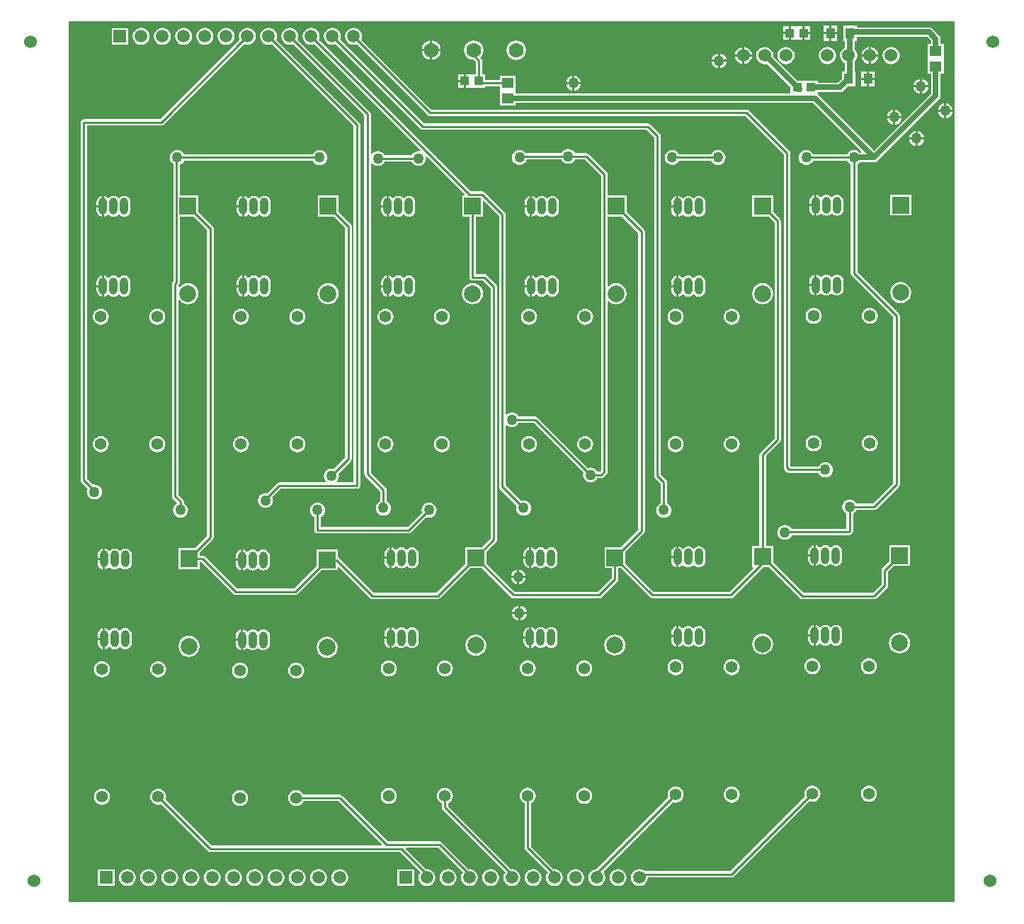
<source format=gbl>
G04 Layer_Physical_Order=2*
G04 Layer_Color=16711680*
%FSLAX25Y25*%
%MOIN*%
G70*
G01*
G75*
%ADD12R,0.05512X0.04724*%
%ADD13C,0.01000*%
%ADD14C,0.02500*%
%ADD16C,0.07000*%
%ADD17C,0.06000*%
%ADD18R,0.07874X0.07874*%
%ADD19C,0.07874*%
%ADD20C,0.05512*%
%ADD21O,0.03937X0.07874*%
%ADD22O,0.03937X0.07874*%
%ADD23R,0.05906X0.05906*%
%ADD24C,0.05906*%
%ADD25C,0.05000*%
%ADD26R,0.04331X0.04331*%
%ADD27R,0.04331X0.05118*%
G36*
X451000Y-6000D02*
Y-420000D01*
X34000D01*
Y-5500D01*
X450500D01*
X451000Y-6000D01*
D02*
G37*
%LPC*%
G36*
X185000Y-258500D02*
X182506D01*
Y-259968D01*
X182608Y-260743D01*
X182907Y-261466D01*
X183383Y-262086D01*
X184003Y-262561D01*
X184725Y-262861D01*
X185000Y-262897D01*
Y-258500D01*
D02*
G37*
G36*
X320000Y-257957D02*
X317506D01*
Y-259425D01*
X317608Y-260200D01*
X317907Y-260922D01*
X318383Y-261542D01*
X319003Y-262018D01*
X319725Y-262317D01*
X320000Y-262353D01*
Y-257957D01*
D02*
G37*
G36*
X384500Y-257457D02*
X382006D01*
Y-258925D01*
X382108Y-259700D01*
X382407Y-260422D01*
X382883Y-261042D01*
X383503Y-261518D01*
X384225Y-261817D01*
X384500Y-261854D01*
Y-257457D01*
D02*
G37*
G36*
X246500Y-280536D02*
Y-283500D01*
X249464D01*
X249410Y-283086D01*
X249057Y-282235D01*
X248496Y-281504D01*
X247765Y-280943D01*
X246914Y-280590D01*
X246500Y-280536D01*
D02*
G37*
G36*
X115000Y-259500D02*
X112506D01*
Y-260968D01*
X112608Y-261743D01*
X112907Y-262466D01*
X113383Y-263086D01*
X114003Y-263562D01*
X114725Y-263861D01*
X115000Y-263897D01*
Y-259500D01*
D02*
G37*
G36*
X50000Y-259000D02*
X47506D01*
Y-260469D01*
X47608Y-261243D01*
X47907Y-261966D01*
X48383Y-262586D01*
X49003Y-263061D01*
X49725Y-263361D01*
X50000Y-263397D01*
Y-259000D01*
D02*
G37*
G36*
X115000Y-254103D02*
X114725Y-254139D01*
X114003Y-254438D01*
X113383Y-254914D01*
X112907Y-255534D01*
X112608Y-256257D01*
X112506Y-257031D01*
Y-258500D01*
X115000D01*
Y-254103D01*
D02*
G37*
G36*
X384500Y-252060D02*
X384225Y-252096D01*
X383503Y-252395D01*
X382883Y-252871D01*
X382407Y-253491D01*
X382108Y-254213D01*
X382006Y-254988D01*
Y-256457D01*
X384500D01*
Y-252060D01*
D02*
G37*
G36*
X125500Y-254037D02*
X124725Y-254139D01*
X124003Y-254438D01*
X123383Y-254914D01*
X123250Y-255087D01*
X122750D01*
X122617Y-254914D01*
X121997Y-254438D01*
X121275Y-254139D01*
X120500Y-254037D01*
X119725Y-254139D01*
X119003Y-254438D01*
X118383Y-254914D01*
X118250Y-255087D01*
X117750D01*
X117617Y-254914D01*
X116997Y-254438D01*
X116275Y-254139D01*
X116000Y-254103D01*
Y-259000D01*
Y-263897D01*
X116275Y-263861D01*
X116997Y-263562D01*
X117617Y-263086D01*
X117750Y-262913D01*
X118250D01*
X118383Y-263086D01*
X119003Y-263562D01*
X119725Y-263861D01*
X120500Y-263963D01*
X121275Y-263861D01*
X121997Y-263562D01*
X122617Y-263086D01*
X122750Y-262913D01*
X123250D01*
X123383Y-263086D01*
X124003Y-263562D01*
X124725Y-263861D01*
X125500Y-263963D01*
X126275Y-263861D01*
X126997Y-263562D01*
X127617Y-263086D01*
X128093Y-262466D01*
X128392Y-261743D01*
X128494Y-260968D01*
Y-257031D01*
X128392Y-256257D01*
X128093Y-255534D01*
X127617Y-254914D01*
X126997Y-254438D01*
X126275Y-254139D01*
X125500Y-254037D01*
D02*
G37*
G36*
X60500Y-253537D02*
X59725Y-253639D01*
X59003Y-253939D01*
X58383Y-254414D01*
X58250Y-254587D01*
X57750D01*
X57617Y-254414D01*
X56997Y-253939D01*
X56275Y-253639D01*
X55500Y-253537D01*
X54725Y-253639D01*
X54003Y-253939D01*
X53383Y-254414D01*
X53250Y-254587D01*
X52750D01*
X52617Y-254414D01*
X51997Y-253939D01*
X51275Y-253639D01*
X51000Y-253603D01*
Y-258500D01*
Y-263397D01*
X51275Y-263361D01*
X51997Y-263061D01*
X52617Y-262586D01*
X52750Y-262413D01*
X53250D01*
X53383Y-262586D01*
X54003Y-263061D01*
X54725Y-263361D01*
X55500Y-263463D01*
X56275Y-263361D01*
X56997Y-263061D01*
X57617Y-262586D01*
X57750Y-262413D01*
X58250D01*
X58383Y-262586D01*
X59003Y-263061D01*
X59725Y-263361D01*
X60500Y-263463D01*
X61275Y-263361D01*
X61997Y-263061D01*
X62617Y-262586D01*
X63093Y-261966D01*
X63392Y-261243D01*
X63494Y-260469D01*
Y-256532D01*
X63392Y-255757D01*
X63093Y-255034D01*
X62617Y-254414D01*
X61997Y-253939D01*
X61275Y-253639D01*
X60500Y-253537D01*
D02*
G37*
G36*
X50000Y-253603D02*
X49725Y-253639D01*
X49003Y-253939D01*
X48383Y-254414D01*
X47907Y-255034D01*
X47608Y-255757D01*
X47506Y-256532D01*
Y-258000D01*
X50000D01*
Y-253603D01*
D02*
G37*
G36*
X185000Y-253103D02*
X184725Y-253139D01*
X184003Y-253438D01*
X183383Y-253914D01*
X182907Y-254534D01*
X182608Y-255257D01*
X182506Y-256031D01*
Y-257500D01*
X185000D01*
Y-253103D01*
D02*
G37*
G36*
X320000Y-252560D02*
X319725Y-252596D01*
X319003Y-252895D01*
X318383Y-253371D01*
X317907Y-253991D01*
X317608Y-254713D01*
X317506Y-255488D01*
Y-256957D01*
X320000D01*
Y-252560D01*
D02*
G37*
G36*
X245500Y-280536D02*
X245086Y-280590D01*
X244235Y-280943D01*
X243504Y-281504D01*
X242943Y-282235D01*
X242590Y-283086D01*
X242536Y-283500D01*
X245500D01*
Y-280536D01*
D02*
G37*
G36*
X320000Y-290103D02*
X319725Y-290139D01*
X319003Y-290439D01*
X318383Y-290914D01*
X317907Y-291534D01*
X317608Y-292257D01*
X317506Y-293032D01*
Y-294500D01*
X320000D01*
Y-290103D01*
D02*
G37*
G36*
X384500Y-289603D02*
X384225Y-289639D01*
X383503Y-289938D01*
X382883Y-290414D01*
X382407Y-291034D01*
X382108Y-291757D01*
X382006Y-292531D01*
Y-294000D01*
X384500D01*
Y-289603D01*
D02*
G37*
G36*
X125500Y-291581D02*
X124725Y-291683D01*
X124003Y-291982D01*
X123383Y-292458D01*
X123250Y-292631D01*
X122750D01*
X122617Y-292458D01*
X121997Y-291982D01*
X121275Y-291683D01*
X120500Y-291581D01*
X119725Y-291683D01*
X119003Y-291982D01*
X118383Y-292458D01*
X118250Y-292631D01*
X117750D01*
X117617Y-292458D01*
X116997Y-291982D01*
X116275Y-291683D01*
X116000Y-291647D01*
Y-296543D01*
Y-301440D01*
X116275Y-301404D01*
X116997Y-301105D01*
X117617Y-300629D01*
X117750Y-300456D01*
X118250D01*
X118383Y-300629D01*
X119003Y-301105D01*
X119725Y-301404D01*
X120500Y-301506D01*
X121275Y-301404D01*
X121997Y-301105D01*
X122617Y-300629D01*
X122750Y-300456D01*
X123250D01*
X123383Y-300629D01*
X124003Y-301105D01*
X124725Y-301404D01*
X125500Y-301506D01*
X126275Y-301404D01*
X126997Y-301105D01*
X127617Y-300629D01*
X128093Y-300009D01*
X128392Y-299287D01*
X128494Y-298512D01*
Y-294575D01*
X128392Y-293800D01*
X128093Y-293078D01*
X127617Y-292458D01*
X126997Y-291982D01*
X126275Y-291683D01*
X125500Y-291581D01*
D02*
G37*
G36*
X50000Y-291146D02*
X49725Y-291183D01*
X49003Y-291482D01*
X48383Y-291958D01*
X47907Y-292578D01*
X47608Y-293300D01*
X47506Y-294075D01*
Y-295543D01*
X50000D01*
Y-291146D01*
D02*
G37*
G36*
X185000Y-290647D02*
X184725Y-290683D01*
X184003Y-290982D01*
X183383Y-291458D01*
X182907Y-292078D01*
X182608Y-292800D01*
X182506Y-293575D01*
Y-295043D01*
X185000D01*
Y-290647D01*
D02*
G37*
G36*
X250500Y-290603D02*
X250225Y-290639D01*
X249503Y-290938D01*
X248883Y-291414D01*
X248407Y-292034D01*
X248108Y-292757D01*
X248006Y-293531D01*
Y-295000D01*
X250500D01*
Y-290603D01*
D02*
G37*
G36*
X60500Y-291081D02*
X59725Y-291183D01*
X59003Y-291482D01*
X58383Y-291958D01*
X58250Y-292131D01*
X57750D01*
X57617Y-291958D01*
X56997Y-291482D01*
X56275Y-291183D01*
X55500Y-291081D01*
X54725Y-291183D01*
X54003Y-291482D01*
X53383Y-291958D01*
X53250Y-292131D01*
X52750D01*
X52617Y-291958D01*
X51997Y-291482D01*
X51275Y-291183D01*
X51000Y-291146D01*
Y-296043D01*
Y-300940D01*
X51275Y-300904D01*
X51997Y-300605D01*
X52617Y-300129D01*
X52750Y-299956D01*
X53250D01*
X53383Y-300129D01*
X54003Y-300605D01*
X54725Y-300904D01*
X55500Y-301006D01*
X56275Y-300904D01*
X56997Y-300605D01*
X57617Y-300129D01*
X57750Y-299956D01*
X58250D01*
X58383Y-300129D01*
X59003Y-300605D01*
X59725Y-300904D01*
X60500Y-301006D01*
X61275Y-300904D01*
X61997Y-300605D01*
X62617Y-300129D01*
X63093Y-299509D01*
X63392Y-298787D01*
X63494Y-298012D01*
Y-294075D01*
X63392Y-293300D01*
X63093Y-292578D01*
X62617Y-291958D01*
X61997Y-291482D01*
X61275Y-291183D01*
X60500Y-291081D01*
D02*
G37*
G36*
X395000Y-289537D02*
X394225Y-289639D01*
X393503Y-289938D01*
X392883Y-290414D01*
X392750Y-290587D01*
X392250D01*
X392117Y-290414D01*
X391497Y-289938D01*
X390775Y-289639D01*
X390000Y-289537D01*
X389225Y-289639D01*
X388503Y-289938D01*
X387883Y-290414D01*
X387750Y-290587D01*
X387250D01*
X387117Y-290414D01*
X386497Y-289938D01*
X385775Y-289639D01*
X385500Y-289603D01*
Y-294500D01*
Y-299397D01*
X385775Y-299361D01*
X386497Y-299061D01*
X387117Y-298586D01*
X387250Y-298413D01*
X387750D01*
X387883Y-298586D01*
X388503Y-299061D01*
X389225Y-299361D01*
X390000Y-299463D01*
X390775Y-299361D01*
X391497Y-299061D01*
X392117Y-298586D01*
X392250Y-298413D01*
X392750D01*
X392883Y-298586D01*
X393503Y-299061D01*
X394225Y-299361D01*
X395000Y-299463D01*
X395775Y-299361D01*
X396497Y-299061D01*
X397117Y-298586D01*
X397593Y-297966D01*
X397892Y-297243D01*
X397994Y-296468D01*
Y-292531D01*
X397892Y-291757D01*
X397593Y-291034D01*
X397117Y-290414D01*
X396497Y-289938D01*
X395775Y-289639D01*
X395000Y-289537D01*
D02*
G37*
G36*
X245500Y-284500D02*
X242536D01*
X242590Y-284914D01*
X242943Y-285765D01*
X243504Y-286496D01*
X244235Y-287057D01*
X245086Y-287410D01*
X245500Y-287464D01*
Y-284500D01*
D02*
G37*
G36*
X249464D02*
X246500D01*
Y-287464D01*
X246914Y-287410D01*
X247765Y-287057D01*
X248496Y-286496D01*
X249057Y-285765D01*
X249410Y-284914D01*
X249464Y-284500D01*
D02*
G37*
G36*
X195500Y-290581D02*
X194725Y-290683D01*
X194003Y-290982D01*
X193383Y-291458D01*
X193250Y-291631D01*
X192750D01*
X192617Y-291458D01*
X191997Y-290982D01*
X191275Y-290683D01*
X190500Y-290581D01*
X189725Y-290683D01*
X189003Y-290982D01*
X188383Y-291458D01*
X188250Y-291631D01*
X187750D01*
X187617Y-291458D01*
X186997Y-290982D01*
X186275Y-290683D01*
X186000Y-290647D01*
Y-295543D01*
Y-300440D01*
X186275Y-300404D01*
X186997Y-300105D01*
X187617Y-299629D01*
X187750Y-299456D01*
X188250D01*
X188383Y-299629D01*
X189003Y-300105D01*
X189725Y-300404D01*
X190500Y-300506D01*
X191275Y-300404D01*
X191997Y-300105D01*
X192617Y-299629D01*
X192750Y-299456D01*
X193250D01*
X193383Y-299629D01*
X194003Y-300105D01*
X194725Y-300404D01*
X195500Y-300506D01*
X196275Y-300404D01*
X196997Y-300105D01*
X197617Y-299629D01*
X198093Y-299009D01*
X198392Y-298287D01*
X198494Y-297512D01*
Y-293575D01*
X198392Y-292800D01*
X198093Y-292078D01*
X197617Y-291458D01*
X196997Y-290982D01*
X196275Y-290683D01*
X195500Y-290581D01*
D02*
G37*
G36*
X261000Y-290537D02*
X260225Y-290639D01*
X259503Y-290938D01*
X258883Y-291414D01*
X258750Y-291587D01*
X258250D01*
X258117Y-291414D01*
X257497Y-290938D01*
X256775Y-290639D01*
X256000Y-290537D01*
X255225Y-290639D01*
X254503Y-290938D01*
X253883Y-291414D01*
X253750Y-291587D01*
X253250D01*
X253117Y-291414D01*
X252497Y-290938D01*
X251775Y-290639D01*
X251500Y-290603D01*
Y-295500D01*
Y-300397D01*
X251775Y-300361D01*
X252497Y-300061D01*
X253117Y-299586D01*
X253250Y-299413D01*
X253750D01*
X253883Y-299586D01*
X254503Y-300061D01*
X255225Y-300361D01*
X256000Y-300463D01*
X256775Y-300361D01*
X257497Y-300061D01*
X258117Y-299586D01*
X258250Y-299413D01*
X258750D01*
X258883Y-299586D01*
X259503Y-300061D01*
X260225Y-300361D01*
X261000Y-300463D01*
X261775Y-300361D01*
X262497Y-300061D01*
X263117Y-299586D01*
X263593Y-298966D01*
X263892Y-298243D01*
X263994Y-297468D01*
Y-293531D01*
X263892Y-292757D01*
X263593Y-292034D01*
X263117Y-291414D01*
X262497Y-290938D01*
X261775Y-290639D01*
X261000Y-290537D01*
D02*
G37*
G36*
X330500Y-290037D02*
X329725Y-290139D01*
X329003Y-290439D01*
X328383Y-290914D01*
X328250Y-291087D01*
X327750D01*
X327617Y-290914D01*
X326997Y-290439D01*
X326275Y-290139D01*
X325500Y-290037D01*
X324725Y-290139D01*
X324003Y-290439D01*
X323383Y-290914D01*
X323250Y-291087D01*
X322750D01*
X322617Y-290914D01*
X321997Y-290439D01*
X321275Y-290139D01*
X321000Y-290103D01*
Y-295000D01*
Y-299897D01*
X321275Y-299861D01*
X321997Y-299562D01*
X322617Y-299086D01*
X322750Y-298913D01*
X323250D01*
X323383Y-299086D01*
X324003Y-299562D01*
X324725Y-299861D01*
X325500Y-299963D01*
X326275Y-299861D01*
X326997Y-299562D01*
X327617Y-299086D01*
X327750Y-298913D01*
X328250D01*
X328383Y-299086D01*
X329003Y-299562D01*
X329725Y-299861D01*
X330500Y-299963D01*
X331275Y-299861D01*
X331997Y-299562D01*
X332617Y-299086D01*
X333093Y-298466D01*
X333392Y-297743D01*
X333494Y-296969D01*
Y-293032D01*
X333392Y-292257D01*
X333093Y-291534D01*
X332617Y-290914D01*
X331997Y-290439D01*
X331275Y-290139D01*
X330500Y-290037D01*
D02*
G37*
G36*
X411000Y-200212D02*
X410019Y-200341D01*
X409106Y-200719D01*
X408321Y-201321D01*
X407719Y-202106D01*
X407341Y-203019D01*
X407212Y-204000D01*
X407341Y-204980D01*
X407719Y-205894D01*
X408321Y-206679D01*
X409106Y-207281D01*
X410019Y-207659D01*
X411000Y-207788D01*
X411980Y-207659D01*
X412894Y-207281D01*
X413679Y-206679D01*
X414281Y-205894D01*
X414659Y-204980D01*
X414788Y-204000D01*
X414659Y-203019D01*
X414281Y-202106D01*
X413679Y-201321D01*
X412894Y-200719D01*
X411980Y-200341D01*
X411000Y-200212D01*
D02*
G37*
G36*
X49000Y-140712D02*
X48019Y-140841D01*
X47106Y-141219D01*
X46321Y-141821D01*
X45719Y-142606D01*
X45341Y-143519D01*
X45212Y-144500D01*
X45341Y-145481D01*
X45719Y-146394D01*
X46321Y-147179D01*
X47106Y-147781D01*
X48019Y-148159D01*
X49000Y-148288D01*
X49981Y-148159D01*
X50894Y-147781D01*
X51679Y-147179D01*
X52281Y-146394D01*
X52659Y-145481D01*
X52788Y-144500D01*
X52659Y-143519D01*
X52281Y-142606D01*
X51679Y-141821D01*
X50894Y-141219D01*
X49981Y-140841D01*
X49000Y-140712D01*
D02*
G37*
G36*
X75500D02*
X74519Y-140841D01*
X73606Y-141219D01*
X72821Y-141821D01*
X72219Y-142606D01*
X71841Y-143519D01*
X71712Y-144500D01*
X71841Y-145481D01*
X72219Y-146394D01*
X72821Y-147179D01*
X73606Y-147781D01*
X74519Y-148159D01*
X75500Y-148288D01*
X76481Y-148159D01*
X77394Y-147781D01*
X78179Y-147179D01*
X78781Y-146394D01*
X79159Y-145481D01*
X79288Y-144500D01*
X79159Y-143519D01*
X78781Y-142606D01*
X78179Y-141821D01*
X77394Y-141219D01*
X76481Y-140841D01*
X75500Y-140712D01*
D02*
G37*
G36*
X319500Y-200712D02*
X318519Y-200841D01*
X317606Y-201219D01*
X316821Y-201821D01*
X316219Y-202606D01*
X315841Y-203520D01*
X315712Y-204500D01*
X315841Y-205481D01*
X316219Y-206394D01*
X316821Y-207179D01*
X317606Y-207781D01*
X318519Y-208159D01*
X319500Y-208288D01*
X320480Y-208159D01*
X321394Y-207781D01*
X322179Y-207179D01*
X322781Y-206394D01*
X323159Y-205481D01*
X323288Y-204500D01*
X323159Y-203520D01*
X322781Y-202606D01*
X322179Y-201821D01*
X321394Y-201219D01*
X320480Y-200841D01*
X319500Y-200712D01*
D02*
G37*
G36*
X346000D02*
X345020Y-200841D01*
X344106Y-201219D01*
X343321Y-201821D01*
X342719Y-202606D01*
X342341Y-203520D01*
X342212Y-204500D01*
X342341Y-205481D01*
X342719Y-206394D01*
X343321Y-207179D01*
X344106Y-207781D01*
X345020Y-208159D01*
X346000Y-208288D01*
X346981Y-208159D01*
X347894Y-207781D01*
X348679Y-207179D01*
X349281Y-206394D01*
X349659Y-205481D01*
X349788Y-204500D01*
X349659Y-203520D01*
X349281Y-202606D01*
X348679Y-201821D01*
X347894Y-201219D01*
X346981Y-200841D01*
X346000Y-200712D01*
D02*
G37*
G36*
X384500Y-200212D02*
X383520Y-200341D01*
X382606Y-200719D01*
X381821Y-201321D01*
X381219Y-202106D01*
X380841Y-203019D01*
X380712Y-204000D01*
X380841Y-204980D01*
X381219Y-205894D01*
X381821Y-206679D01*
X382606Y-207281D01*
X383520Y-207659D01*
X384500Y-207788D01*
X385480Y-207659D01*
X386394Y-207281D01*
X387179Y-206679D01*
X387781Y-205894D01*
X388159Y-204980D01*
X388288Y-204000D01*
X388159Y-203019D01*
X387781Y-202106D01*
X387179Y-201321D01*
X386394Y-200719D01*
X385480Y-200341D01*
X384500Y-200212D01*
D02*
G37*
G36*
X115000Y-140712D02*
X114020Y-140841D01*
X113106Y-141219D01*
X112321Y-141821D01*
X111719Y-142606D01*
X111341Y-143519D01*
X111212Y-144500D01*
X111341Y-145481D01*
X111719Y-146394D01*
X112321Y-147179D01*
X113106Y-147781D01*
X114020Y-148159D01*
X115000Y-148288D01*
X115981Y-148159D01*
X116894Y-147781D01*
X117679Y-147179D01*
X118281Y-146394D01*
X118659Y-145481D01*
X118788Y-144500D01*
X118659Y-143519D01*
X118281Y-142606D01*
X117679Y-141821D01*
X116894Y-141219D01*
X115981Y-140841D01*
X115000Y-140712D01*
D02*
G37*
G36*
X250500D02*
X249519Y-140841D01*
X248606Y-141219D01*
X247821Y-141821D01*
X247219Y-142606D01*
X246841Y-143519D01*
X246712Y-144500D01*
X246841Y-145481D01*
X247219Y-146394D01*
X247821Y-147179D01*
X248606Y-147781D01*
X249519Y-148159D01*
X250500Y-148288D01*
X251481Y-148159D01*
X252394Y-147781D01*
X253179Y-147179D01*
X253781Y-146394D01*
X254159Y-145481D01*
X254288Y-144500D01*
X254159Y-143519D01*
X253781Y-142606D01*
X253179Y-141821D01*
X252394Y-141219D01*
X251481Y-140841D01*
X250500Y-140712D01*
D02*
G37*
G36*
X277000D02*
X276020Y-140841D01*
X275106Y-141219D01*
X274321Y-141821D01*
X273719Y-142606D01*
X273341Y-143519D01*
X273212Y-144500D01*
X273341Y-145481D01*
X273719Y-146394D01*
X274321Y-147179D01*
X275106Y-147781D01*
X276020Y-148159D01*
X277000Y-148288D01*
X277980Y-148159D01*
X278894Y-147781D01*
X279679Y-147179D01*
X280281Y-146394D01*
X280659Y-145481D01*
X280788Y-144500D01*
X280659Y-143519D01*
X280281Y-142606D01*
X279679Y-141821D01*
X278894Y-141219D01*
X277980Y-140841D01*
X277000Y-140712D01*
D02*
G37*
G36*
X319500D02*
X318519Y-140841D01*
X317606Y-141219D01*
X316821Y-141821D01*
X316219Y-142606D01*
X315841Y-143519D01*
X315712Y-144500D01*
X315841Y-145481D01*
X316219Y-146394D01*
X316821Y-147179D01*
X317606Y-147781D01*
X318519Y-148159D01*
X319500Y-148288D01*
X320480Y-148159D01*
X321394Y-147781D01*
X322179Y-147179D01*
X322781Y-146394D01*
X323159Y-145481D01*
X323288Y-144500D01*
X323159Y-143519D01*
X322781Y-142606D01*
X322179Y-141821D01*
X321394Y-141219D01*
X320480Y-140841D01*
X319500Y-140712D01*
D02*
G37*
G36*
X141500D02*
X140519Y-140841D01*
X139606Y-141219D01*
X138821Y-141821D01*
X138219Y-142606D01*
X137841Y-143519D01*
X137712Y-144500D01*
X137841Y-145481D01*
X138219Y-146394D01*
X138821Y-147179D01*
X139606Y-147781D01*
X140519Y-148159D01*
X141500Y-148288D01*
X142481Y-148159D01*
X143394Y-147781D01*
X144179Y-147179D01*
X144781Y-146394D01*
X145159Y-145481D01*
X145288Y-144500D01*
X145159Y-143519D01*
X144781Y-142606D01*
X144179Y-141821D01*
X143394Y-141219D01*
X142481Y-140841D01*
X141500Y-140712D01*
D02*
G37*
G36*
X183000D02*
X182019Y-140841D01*
X181106Y-141219D01*
X180321Y-141821D01*
X179719Y-142606D01*
X179341Y-143519D01*
X179212Y-144500D01*
X179341Y-145481D01*
X179719Y-146394D01*
X180321Y-147179D01*
X181106Y-147781D01*
X182019Y-148159D01*
X183000Y-148288D01*
X183981Y-148159D01*
X184894Y-147781D01*
X185679Y-147179D01*
X186281Y-146394D01*
X186659Y-145481D01*
X186788Y-144500D01*
X186659Y-143519D01*
X186281Y-142606D01*
X185679Y-141821D01*
X184894Y-141219D01*
X183981Y-140841D01*
X183000Y-140712D01*
D02*
G37*
G36*
X209500D02*
X208520Y-140841D01*
X207606Y-141219D01*
X206821Y-141821D01*
X206219Y-142606D01*
X205841Y-143519D01*
X205712Y-144500D01*
X205841Y-145481D01*
X206219Y-146394D01*
X206821Y-147179D01*
X207606Y-147781D01*
X208520Y-148159D01*
X209500Y-148288D01*
X210480Y-148159D01*
X211394Y-147781D01*
X212179Y-147179D01*
X212781Y-146394D01*
X213159Y-145481D01*
X213288Y-144500D01*
X213159Y-143519D01*
X212781Y-142606D01*
X212179Y-141821D01*
X211394Y-141219D01*
X210480Y-140841D01*
X209500Y-140712D01*
D02*
G37*
G36*
X277000Y-200712D02*
X276020Y-200841D01*
X275106Y-201219D01*
X274321Y-201821D01*
X273719Y-202606D01*
X273341Y-203520D01*
X273212Y-204500D01*
X273341Y-205481D01*
X273719Y-206394D01*
X274321Y-207179D01*
X275106Y-207781D01*
X276020Y-208159D01*
X277000Y-208288D01*
X277980Y-208159D01*
X278894Y-207781D01*
X279679Y-207179D01*
X280281Y-206394D01*
X280659Y-205481D01*
X280788Y-204500D01*
X280659Y-203520D01*
X280281Y-202606D01*
X279679Y-201821D01*
X278894Y-201219D01*
X277980Y-200841D01*
X277000Y-200712D01*
D02*
G37*
G36*
X203500Y-231970D02*
X202586Y-232090D01*
X201735Y-232443D01*
X201004Y-233004D01*
X200443Y-233735D01*
X200090Y-234586D01*
X199970Y-235500D01*
X200090Y-236414D01*
X200188Y-236649D01*
X193367Y-243471D01*
X152529D01*
Y-238655D01*
X152765Y-238557D01*
X153496Y-237996D01*
X154057Y-237265D01*
X154410Y-236414D01*
X154530Y-235500D01*
X154410Y-234586D01*
X154057Y-233735D01*
X153496Y-233004D01*
X152765Y-232443D01*
X151914Y-232090D01*
X151000Y-231970D01*
X150086Y-232090D01*
X149235Y-232443D01*
X148504Y-233004D01*
X147943Y-233735D01*
X147590Y-234586D01*
X147470Y-235500D01*
X147590Y-236414D01*
X147943Y-237265D01*
X148504Y-237996D01*
X149235Y-238557D01*
X149471Y-238655D01*
Y-245000D01*
X149587Y-245585D01*
X149919Y-246081D01*
X150415Y-246413D01*
X151000Y-246529D01*
X194000D01*
X194585Y-246413D01*
X195081Y-246081D01*
X202351Y-238812D01*
X202586Y-238910D01*
X203500Y-239030D01*
X204414Y-238910D01*
X205265Y-238557D01*
X205996Y-237996D01*
X206557Y-237265D01*
X206910Y-236414D01*
X207030Y-235500D01*
X206910Y-234586D01*
X206557Y-233735D01*
X205996Y-233004D01*
X205265Y-232443D01*
X204414Y-232090D01*
X203500Y-231970D01*
D02*
G37*
G36*
X158000Y-8513D02*
X156968Y-8649D01*
X156007Y-9047D01*
X155181Y-9681D01*
X154547Y-10507D01*
X154149Y-11468D01*
X154013Y-12500D01*
X154149Y-13532D01*
X154547Y-14493D01*
X155181Y-15319D01*
X156007Y-15953D01*
X156968Y-16351D01*
X158000Y-16487D01*
X159032Y-16351D01*
X159496Y-16159D01*
X199419Y-56081D01*
X199915Y-56413D01*
X200500Y-56529D01*
X305867D01*
X309471Y-60133D01*
Y-219500D01*
X309587Y-220085D01*
X309919Y-220581D01*
X312471Y-223133D01*
Y-232345D01*
X312235Y-232443D01*
X311504Y-233004D01*
X310943Y-233735D01*
X310590Y-234586D01*
X310470Y-235500D01*
X310590Y-236414D01*
X310943Y-237265D01*
X311504Y-237996D01*
X312235Y-238557D01*
X313086Y-238910D01*
X314000Y-239030D01*
X314914Y-238910D01*
X315765Y-238557D01*
X316496Y-237996D01*
X317057Y-237265D01*
X317410Y-236414D01*
X317530Y-235500D01*
X317410Y-234586D01*
X317057Y-233735D01*
X316496Y-233004D01*
X315765Y-232443D01*
X315529Y-232345D01*
Y-222500D01*
X315413Y-221915D01*
X315081Y-221419D01*
X312529Y-218866D01*
Y-59500D01*
X312413Y-58915D01*
X312081Y-58419D01*
X307581Y-53919D01*
X307085Y-53587D01*
X306500Y-53471D01*
X201133D01*
X161659Y-13996D01*
X161851Y-13532D01*
X161987Y-12500D01*
X161851Y-11468D01*
X161453Y-10507D01*
X160819Y-9681D01*
X159993Y-9047D01*
X159032Y-8649D01*
X158000Y-8513D01*
D02*
G37*
G36*
X128000D02*
X126968Y-8649D01*
X126007Y-9047D01*
X125181Y-9681D01*
X124547Y-10507D01*
X124149Y-11468D01*
X124013Y-12500D01*
X124149Y-13532D01*
X124547Y-14493D01*
X125181Y-15319D01*
X126007Y-15953D01*
X126968Y-16351D01*
X128000Y-16487D01*
X129032Y-16351D01*
X129496Y-16159D01*
X167971Y-54633D01*
Y-222471D01*
X160156D01*
X160044Y-222142D01*
X160016Y-221971D01*
X160557Y-221265D01*
X160910Y-220414D01*
X161030Y-219500D01*
X160910Y-218586D01*
X160812Y-218351D01*
X166581Y-212581D01*
X166913Y-212085D01*
X167029Y-211500D01*
Y-101909D01*
X166913Y-101324D01*
X166581Y-100828D01*
X160937Y-95184D01*
Y-87472D01*
X151063D01*
Y-97347D01*
X158774D01*
X163971Y-102543D01*
Y-210866D01*
X158649Y-216188D01*
X158414Y-216090D01*
X157500Y-215970D01*
X156586Y-216090D01*
X155735Y-216443D01*
X155004Y-217004D01*
X154443Y-217735D01*
X154090Y-218586D01*
X153970Y-219500D01*
X154090Y-220414D01*
X154443Y-221265D01*
X154984Y-221971D01*
X154956Y-222142D01*
X154844Y-222471D01*
X133000D01*
X132415Y-222587D01*
X131919Y-222919D01*
X127266Y-227571D01*
X126500Y-227470D01*
X125586Y-227590D01*
X124735Y-227943D01*
X124004Y-228504D01*
X123443Y-229235D01*
X123090Y-230086D01*
X122970Y-231000D01*
X123090Y-231914D01*
X123443Y-232765D01*
X124004Y-233496D01*
X124735Y-234057D01*
X125586Y-234410D01*
X126500Y-234530D01*
X127414Y-234410D01*
X128265Y-234057D01*
X128996Y-233496D01*
X129557Y-232765D01*
X129910Y-231914D01*
X130030Y-231000D01*
X129910Y-230086D01*
X129666Y-229497D01*
X133633Y-225529D01*
X169500D01*
X170085Y-225413D01*
X170581Y-225081D01*
X170913Y-224585D01*
X171029Y-224000D01*
Y-54000D01*
X170913Y-53415D01*
X170581Y-52919D01*
X131659Y-13996D01*
X131851Y-13532D01*
X131987Y-12500D01*
X131851Y-11468D01*
X131453Y-10507D01*
X130819Y-9681D01*
X129993Y-9047D01*
X129032Y-8649D01*
X128000Y-8513D01*
D02*
G37*
G36*
X195500Y-253037D02*
X194725Y-253139D01*
X194003Y-253438D01*
X193383Y-253914D01*
X193250Y-254087D01*
X192750D01*
X192617Y-253914D01*
X191997Y-253438D01*
X191275Y-253139D01*
X190500Y-253037D01*
X189725Y-253139D01*
X189003Y-253438D01*
X188383Y-253914D01*
X188250Y-254087D01*
X187750D01*
X187617Y-253914D01*
X186997Y-253438D01*
X186275Y-253139D01*
X186000Y-253103D01*
Y-258000D01*
Y-262897D01*
X186275Y-262861D01*
X186997Y-262561D01*
X187617Y-262086D01*
X187750Y-261913D01*
X188250D01*
X188383Y-262086D01*
X189003Y-262561D01*
X189725Y-262861D01*
X190500Y-262963D01*
X191275Y-262861D01*
X191997Y-262561D01*
X192617Y-262086D01*
X192750Y-261913D01*
X193250D01*
X193383Y-262086D01*
X194003Y-262561D01*
X194725Y-262861D01*
X195500Y-262963D01*
X196275Y-262861D01*
X196997Y-262561D01*
X197617Y-262086D01*
X198093Y-261466D01*
X198392Y-260743D01*
X198494Y-259968D01*
Y-256031D01*
X198392Y-255257D01*
X198093Y-254534D01*
X197617Y-253914D01*
X196997Y-253438D01*
X196275Y-253139D01*
X195500Y-253037D01*
D02*
G37*
G36*
X330500Y-252494D02*
X329725Y-252596D01*
X329003Y-252895D01*
X328383Y-253371D01*
X328250Y-253544D01*
X327750D01*
X327617Y-253371D01*
X326997Y-252895D01*
X326275Y-252596D01*
X325500Y-252494D01*
X324725Y-252596D01*
X324003Y-252895D01*
X323383Y-253371D01*
X323250Y-253544D01*
X322750D01*
X322617Y-253371D01*
X321997Y-252895D01*
X321275Y-252596D01*
X321000Y-252560D01*
Y-257457D01*
Y-262353D01*
X321275Y-262317D01*
X321997Y-262018D01*
X322617Y-261542D01*
X322750Y-261369D01*
X323250D01*
X323383Y-261542D01*
X324003Y-262018D01*
X324725Y-262317D01*
X325500Y-262419D01*
X326275Y-262317D01*
X326997Y-262018D01*
X327617Y-261542D01*
X327750Y-261369D01*
X328250D01*
X328383Y-261542D01*
X329003Y-262018D01*
X329725Y-262317D01*
X330500Y-262419D01*
X331275Y-262317D01*
X331997Y-262018D01*
X332617Y-261542D01*
X333093Y-260922D01*
X333392Y-260200D01*
X333494Y-259425D01*
Y-255488D01*
X333392Y-254713D01*
X333093Y-253991D01*
X332617Y-253371D01*
X331997Y-252895D01*
X331275Y-252596D01*
X330500Y-252494D01*
D02*
G37*
G36*
X395000Y-251994D02*
X394225Y-252096D01*
X393503Y-252395D01*
X392883Y-252871D01*
X392750Y-253044D01*
X392250D01*
X392117Y-252871D01*
X391497Y-252395D01*
X390775Y-252096D01*
X390000Y-251994D01*
X389225Y-252096D01*
X388503Y-252395D01*
X387883Y-252871D01*
X387750Y-253044D01*
X387250D01*
X387117Y-252871D01*
X386497Y-252395D01*
X385775Y-252096D01*
X385500Y-252060D01*
Y-256957D01*
Y-261854D01*
X385775Y-261817D01*
X386497Y-261518D01*
X387117Y-261042D01*
X387250Y-260869D01*
X387750D01*
X387883Y-261042D01*
X388503Y-261518D01*
X389225Y-261817D01*
X390000Y-261919D01*
X390775Y-261817D01*
X391497Y-261518D01*
X392117Y-261042D01*
X392250Y-260869D01*
X392750D01*
X392883Y-261042D01*
X393503Y-261518D01*
X394225Y-261817D01*
X395000Y-261919D01*
X395775Y-261817D01*
X396497Y-261518D01*
X397117Y-261042D01*
X397593Y-260422D01*
X397892Y-259700D01*
X397994Y-258925D01*
Y-254988D01*
X397892Y-254213D01*
X397593Y-253491D01*
X397117Y-252871D01*
X396497Y-252395D01*
X395775Y-252096D01*
X395000Y-251994D01*
D02*
G37*
G36*
X168000Y-8513D02*
X166968Y-8649D01*
X166007Y-9047D01*
X165181Y-9681D01*
X164547Y-10507D01*
X164149Y-11468D01*
X164013Y-12500D01*
X164149Y-13532D01*
X164547Y-14493D01*
X165181Y-15319D01*
X166007Y-15953D01*
X166968Y-16351D01*
X168000Y-16487D01*
X169032Y-16351D01*
X169496Y-16159D01*
X202919Y-49581D01*
X203415Y-49913D01*
X204000Y-50029D01*
X352366D01*
X370471Y-68133D01*
Y-215500D01*
X370587Y-216085D01*
X370919Y-216581D01*
X371919Y-217581D01*
X372415Y-217913D01*
X373000Y-218029D01*
X386845D01*
X386943Y-218265D01*
X387504Y-218996D01*
X388235Y-219557D01*
X389086Y-219910D01*
X390000Y-220030D01*
X390914Y-219910D01*
X391765Y-219557D01*
X392496Y-218996D01*
X393057Y-218265D01*
X393410Y-217414D01*
X393530Y-216500D01*
X393410Y-215586D01*
X393057Y-214735D01*
X392496Y-214004D01*
X391765Y-213443D01*
X390914Y-213090D01*
X390000Y-212970D01*
X389086Y-213090D01*
X388235Y-213443D01*
X387504Y-214004D01*
X386943Y-214735D01*
X386845Y-214971D01*
X373634D01*
X373529Y-214866D01*
Y-67500D01*
X373413Y-66915D01*
X373081Y-66419D01*
X354081Y-47419D01*
X353585Y-47087D01*
X353000Y-46971D01*
X204633D01*
X171659Y-13996D01*
X171851Y-13532D01*
X171987Y-12500D01*
X171851Y-11468D01*
X171453Y-10507D01*
X170819Y-9681D01*
X169993Y-9047D01*
X169032Y-8649D01*
X168000Y-8513D01*
D02*
G37*
G36*
X141500Y-200712D02*
X140519Y-200841D01*
X139606Y-201219D01*
X138821Y-201821D01*
X138219Y-202606D01*
X137841Y-203520D01*
X137712Y-204500D01*
X137841Y-205481D01*
X138219Y-206394D01*
X138821Y-207179D01*
X139606Y-207781D01*
X140519Y-208159D01*
X141500Y-208288D01*
X142481Y-208159D01*
X143394Y-207781D01*
X144179Y-207179D01*
X144781Y-206394D01*
X145159Y-205481D01*
X145288Y-204500D01*
X145159Y-203520D01*
X144781Y-202606D01*
X144179Y-201821D01*
X143394Y-201219D01*
X142481Y-200841D01*
X141500Y-200712D01*
D02*
G37*
G36*
X183000D02*
X182019Y-200841D01*
X181106Y-201219D01*
X180321Y-201821D01*
X179719Y-202606D01*
X179341Y-203520D01*
X179212Y-204500D01*
X179341Y-205481D01*
X179719Y-206394D01*
X180321Y-207179D01*
X181106Y-207781D01*
X182019Y-208159D01*
X183000Y-208288D01*
X183981Y-208159D01*
X184894Y-207781D01*
X185679Y-207179D01*
X186281Y-206394D01*
X186659Y-205481D01*
X186788Y-204500D01*
X186659Y-203520D01*
X186281Y-202606D01*
X185679Y-201821D01*
X184894Y-201219D01*
X183981Y-200841D01*
X183000Y-200712D01*
D02*
G37*
G36*
X209500D02*
X208520Y-200841D01*
X207606Y-201219D01*
X206821Y-201821D01*
X206219Y-202606D01*
X205841Y-203520D01*
X205712Y-204500D01*
X205841Y-205481D01*
X206219Y-206394D01*
X206821Y-207179D01*
X207606Y-207781D01*
X208520Y-208159D01*
X209500Y-208288D01*
X210480Y-208159D01*
X211394Y-207781D01*
X212179Y-207179D01*
X212781Y-206394D01*
X213159Y-205481D01*
X213288Y-204500D01*
X213159Y-203520D01*
X212781Y-202606D01*
X212179Y-201821D01*
X211394Y-201219D01*
X210480Y-200841D01*
X209500Y-200712D01*
D02*
G37*
G36*
X49000D02*
X48019Y-200841D01*
X47106Y-201219D01*
X46321Y-201821D01*
X45719Y-202606D01*
X45341Y-203520D01*
X45212Y-204500D01*
X45341Y-205481D01*
X45719Y-206394D01*
X46321Y-207179D01*
X47106Y-207781D01*
X48019Y-208159D01*
X49000Y-208288D01*
X49981Y-208159D01*
X50894Y-207781D01*
X51679Y-207179D01*
X52281Y-206394D01*
X52659Y-205481D01*
X52788Y-204500D01*
X52659Y-203520D01*
X52281Y-202606D01*
X51679Y-201821D01*
X50894Y-201219D01*
X49981Y-200841D01*
X49000Y-200712D01*
D02*
G37*
G36*
X75500D02*
X74519Y-200841D01*
X73606Y-201219D01*
X72821Y-201821D01*
X72219Y-202606D01*
X71841Y-203520D01*
X71712Y-204500D01*
X71841Y-205481D01*
X72219Y-206394D01*
X72821Y-207179D01*
X73606Y-207781D01*
X74519Y-208159D01*
X75500Y-208288D01*
X76481Y-208159D01*
X77394Y-207781D01*
X78179Y-207179D01*
X78781Y-206394D01*
X79159Y-205481D01*
X79288Y-204500D01*
X79159Y-203520D01*
X78781Y-202606D01*
X78179Y-201821D01*
X77394Y-201219D01*
X76481Y-200841D01*
X75500Y-200712D01*
D02*
G37*
G36*
X115000D02*
X114020Y-200841D01*
X113106Y-201219D01*
X112321Y-201821D01*
X111719Y-202606D01*
X111341Y-203520D01*
X111212Y-204500D01*
X111341Y-205481D01*
X111719Y-206394D01*
X112321Y-207179D01*
X113106Y-207781D01*
X114020Y-208159D01*
X115000Y-208288D01*
X115981Y-208159D01*
X116894Y-207781D01*
X117679Y-207179D01*
X118281Y-206394D01*
X118659Y-205481D01*
X118788Y-204500D01*
X118659Y-203520D01*
X118281Y-202606D01*
X117679Y-201821D01*
X116894Y-201219D01*
X115981Y-200841D01*
X115000Y-200712D01*
D02*
G37*
G36*
X272500Y-404513D02*
X271468Y-404649D01*
X270507Y-405047D01*
X269681Y-405681D01*
X269047Y-406507D01*
X268649Y-407468D01*
X268513Y-408500D01*
X268649Y-409532D01*
X269047Y-410493D01*
X269681Y-411319D01*
X270507Y-411953D01*
X271468Y-412351D01*
X272500Y-412487D01*
X273532Y-412351D01*
X274493Y-411953D01*
X275319Y-411319D01*
X275953Y-410493D01*
X276351Y-409532D01*
X276487Y-408500D01*
X276351Y-407468D01*
X275953Y-406507D01*
X275319Y-405681D01*
X274493Y-405047D01*
X273532Y-404649D01*
X272500Y-404513D01*
D02*
G37*
G36*
X292500D02*
X291468Y-404649D01*
X290507Y-405047D01*
X289681Y-405681D01*
X289047Y-406507D01*
X288649Y-407468D01*
X288513Y-408500D01*
X288649Y-409532D01*
X289047Y-410493D01*
X289681Y-411319D01*
X290507Y-411953D01*
X291468Y-412351D01*
X292500Y-412487D01*
X293532Y-412351D01*
X294493Y-411953D01*
X295319Y-411319D01*
X295953Y-410493D01*
X296351Y-409532D01*
X296487Y-408500D01*
X296351Y-407468D01*
X295953Y-406507D01*
X295319Y-405681D01*
X294493Y-405047D01*
X293532Y-404649D01*
X292500Y-404513D01*
D02*
G37*
G36*
X55453Y-404547D02*
X47547D01*
Y-412453D01*
X55453D01*
Y-404547D01*
D02*
G37*
G36*
X211000Y-366212D02*
X210019Y-366341D01*
X209106Y-366719D01*
X208321Y-367321D01*
X207719Y-368106D01*
X207341Y-369020D01*
X207212Y-370000D01*
X207341Y-370981D01*
X207719Y-371894D01*
X208321Y-372679D01*
X209106Y-373281D01*
X209471Y-373432D01*
Y-375500D01*
X209587Y-376085D01*
X209919Y-376581D01*
X239393Y-406056D01*
X239047Y-406507D01*
X238649Y-407468D01*
X238513Y-408500D01*
X238649Y-409532D01*
X239047Y-410493D01*
X239681Y-411319D01*
X240507Y-411953D01*
X241468Y-412351D01*
X242500Y-412487D01*
X243532Y-412351D01*
X244493Y-411953D01*
X245319Y-411319D01*
X245953Y-410493D01*
X246351Y-409532D01*
X246487Y-408500D01*
X246351Y-407468D01*
X245953Y-406507D01*
X245319Y-405681D01*
X244493Y-405047D01*
X243532Y-404649D01*
X242500Y-404513D01*
X242214Y-404551D01*
X212529Y-374867D01*
Y-373432D01*
X212894Y-373281D01*
X213679Y-372679D01*
X214281Y-371894D01*
X214659Y-370981D01*
X214788Y-370000D01*
X214659Y-369020D01*
X214281Y-368106D01*
X213679Y-367321D01*
X212894Y-366719D01*
X211981Y-366341D01*
X211000Y-366212D01*
D02*
G37*
G36*
X252500Y-404513D02*
X251468Y-404649D01*
X250507Y-405047D01*
X249681Y-405681D01*
X249047Y-406507D01*
X248649Y-407468D01*
X248513Y-408500D01*
X248649Y-409532D01*
X249047Y-410493D01*
X249681Y-411319D01*
X250507Y-411953D01*
X251468Y-412351D01*
X252500Y-412487D01*
X253532Y-412351D01*
X254493Y-411953D01*
X255319Y-411319D01*
X255953Y-410493D01*
X256351Y-409532D01*
X256487Y-408500D01*
X256351Y-407468D01*
X255953Y-406507D01*
X255319Y-405681D01*
X254493Y-405047D01*
X253532Y-404649D01*
X252500Y-404513D01*
D02*
G37*
G36*
X250000Y-366168D02*
X249020Y-366298D01*
X248106Y-366676D01*
X247321Y-367278D01*
X246719Y-368062D01*
X246341Y-368976D01*
X246212Y-369957D01*
X246341Y-370937D01*
X246719Y-371851D01*
X247321Y-372635D01*
X248106Y-373237D01*
X248471Y-373389D01*
Y-394500D01*
X248587Y-395085D01*
X248919Y-395581D01*
X259393Y-406056D01*
X259047Y-406507D01*
X258649Y-407468D01*
X258513Y-408500D01*
X258649Y-409532D01*
X259047Y-410493D01*
X259681Y-411319D01*
X260507Y-411953D01*
X261468Y-412351D01*
X262500Y-412487D01*
X263532Y-412351D01*
X264493Y-411953D01*
X265319Y-411319D01*
X265953Y-410493D01*
X266351Y-409532D01*
X266487Y-408500D01*
X266351Y-407468D01*
X265953Y-406507D01*
X265319Y-405681D01*
X264493Y-405047D01*
X263532Y-404649D01*
X262500Y-404513D01*
X262214Y-404551D01*
X251529Y-393866D01*
Y-373389D01*
X251894Y-373237D01*
X252679Y-372635D01*
X253281Y-371851D01*
X253659Y-370937D01*
X253788Y-369957D01*
X253659Y-368976D01*
X253281Y-368062D01*
X252679Y-367278D01*
X251894Y-366676D01*
X250980Y-366298D01*
X250000Y-366168D01*
D02*
G37*
G36*
X196453Y-404547D02*
X188547D01*
Y-412453D01*
X196453D01*
Y-404547D01*
D02*
G37*
G36*
X276500Y-366168D02*
X275519Y-366298D01*
X274606Y-366676D01*
X273821Y-367278D01*
X273219Y-368062D01*
X272841Y-368976D01*
X272712Y-369957D01*
X272841Y-370937D01*
X273219Y-371851D01*
X273821Y-372635D01*
X274606Y-373237D01*
X275519Y-373616D01*
X276500Y-373745D01*
X277481Y-373616D01*
X278394Y-373237D01*
X279179Y-372635D01*
X279781Y-371851D01*
X280159Y-370937D01*
X280288Y-369957D01*
X280159Y-368976D01*
X279781Y-368062D01*
X279179Y-367278D01*
X278394Y-366676D01*
X277481Y-366298D01*
X276500Y-366168D01*
D02*
G37*
G36*
X319500Y-365668D02*
X318519Y-365797D01*
X317606Y-366176D01*
X316821Y-366778D01*
X316219Y-367563D01*
X315841Y-368476D01*
X315712Y-369457D01*
X315841Y-370437D01*
X315992Y-370802D01*
X282247Y-404546D01*
X281468Y-404649D01*
X280507Y-405047D01*
X279681Y-405681D01*
X279047Y-406507D01*
X278649Y-407468D01*
X278513Y-408500D01*
X278649Y-409532D01*
X279047Y-410493D01*
X279681Y-411319D01*
X280507Y-411953D01*
X281468Y-412351D01*
X282500Y-412487D01*
X283532Y-412351D01*
X284493Y-411953D01*
X285319Y-411319D01*
X285953Y-410493D01*
X286351Y-409532D01*
X286487Y-408500D01*
X286351Y-407468D01*
X285953Y-406507D01*
X285371Y-405749D01*
X318155Y-372965D01*
X318519Y-373116D01*
X319500Y-373245D01*
X320480Y-373116D01*
X321394Y-372738D01*
X322179Y-372135D01*
X322781Y-371351D01*
X323159Y-370437D01*
X323288Y-369457D01*
X323159Y-368476D01*
X322781Y-367563D01*
X322179Y-366778D01*
X321394Y-366176D01*
X320480Y-365797D01*
X319500Y-365668D01*
D02*
G37*
G36*
X346000D02*
X345020Y-365797D01*
X344106Y-366176D01*
X343321Y-366778D01*
X342719Y-367563D01*
X342341Y-368476D01*
X342212Y-369457D01*
X342341Y-370437D01*
X342719Y-371351D01*
X343321Y-372135D01*
X344106Y-372738D01*
X345020Y-373116D01*
X346000Y-373245D01*
X346981Y-373116D01*
X347894Y-372738D01*
X348679Y-372135D01*
X349281Y-371351D01*
X349659Y-370437D01*
X349788Y-369457D01*
X349659Y-368476D01*
X349281Y-367563D01*
X348679Y-366778D01*
X347894Y-366176D01*
X346981Y-365797D01*
X346000Y-365668D01*
D02*
G37*
G36*
X114500Y-367212D02*
X113520Y-367341D01*
X112606Y-367719D01*
X111821Y-368321D01*
X111219Y-369106D01*
X110841Y-370020D01*
X110712Y-371000D01*
X110841Y-371981D01*
X111219Y-372894D01*
X111821Y-373679D01*
X112606Y-374281D01*
X113520Y-374659D01*
X114500Y-374788D01*
X115480Y-374659D01*
X116394Y-374281D01*
X117179Y-373679D01*
X117781Y-372894D01*
X118159Y-371981D01*
X118288Y-371000D01*
X118159Y-370020D01*
X117781Y-369106D01*
X117179Y-368321D01*
X116394Y-367719D01*
X115480Y-367341D01*
X114500Y-367212D01*
D02*
G37*
G36*
X49500Y-366712D02*
X48520Y-366841D01*
X47606Y-367219D01*
X46821Y-367821D01*
X46219Y-368606D01*
X45841Y-369519D01*
X45712Y-370500D01*
X45841Y-371480D01*
X46219Y-372394D01*
X46821Y-373179D01*
X47606Y-373781D01*
X48520Y-374159D01*
X49500Y-374288D01*
X50481Y-374159D01*
X51394Y-373781D01*
X52179Y-373179D01*
X52781Y-372394D01*
X53159Y-371480D01*
X53288Y-370500D01*
X53159Y-369519D01*
X52781Y-368606D01*
X52179Y-367821D01*
X51394Y-367219D01*
X50481Y-366841D01*
X49500Y-366712D01*
D02*
G37*
G36*
X184500Y-366212D02*
X183519Y-366341D01*
X182606Y-366719D01*
X181821Y-367321D01*
X181219Y-368106D01*
X180841Y-369020D01*
X180712Y-370000D01*
X180841Y-370981D01*
X181219Y-371894D01*
X181821Y-372679D01*
X182606Y-373281D01*
X183519Y-373659D01*
X184500Y-373788D01*
X185480Y-373659D01*
X186394Y-373281D01*
X187179Y-372679D01*
X187781Y-371894D01*
X188159Y-370981D01*
X188288Y-370000D01*
X188159Y-369020D01*
X187781Y-368106D01*
X187179Y-367321D01*
X186394Y-366719D01*
X185480Y-366341D01*
X184500Y-366212D01*
D02*
G37*
G36*
X232500Y-404513D02*
X231468Y-404649D01*
X230507Y-405047D01*
X229681Y-405681D01*
X229047Y-406507D01*
X228649Y-407468D01*
X228513Y-408500D01*
X228649Y-409532D01*
X229047Y-410493D01*
X229681Y-411319D01*
X230507Y-411953D01*
X231468Y-412351D01*
X232500Y-412487D01*
X233532Y-412351D01*
X234493Y-411953D01*
X235319Y-411319D01*
X235953Y-410493D01*
X236351Y-409532D01*
X236487Y-408500D01*
X236351Y-407468D01*
X235953Y-406507D01*
X235319Y-405681D01*
X234493Y-405047D01*
X233532Y-404649D01*
X232500Y-404513D01*
D02*
G37*
G36*
X91500D02*
X90468Y-404649D01*
X89507Y-405047D01*
X88681Y-405681D01*
X88047Y-406507D01*
X87649Y-407468D01*
X87513Y-408500D01*
X87649Y-409532D01*
X88047Y-410493D01*
X88681Y-411319D01*
X89507Y-411953D01*
X90468Y-412351D01*
X91500Y-412487D01*
X92532Y-412351D01*
X93493Y-411953D01*
X94319Y-411319D01*
X94953Y-410493D01*
X95351Y-409532D01*
X95487Y-408500D01*
X95351Y-407468D01*
X94953Y-406507D01*
X94319Y-405681D01*
X93493Y-405047D01*
X92532Y-404649D01*
X91500Y-404513D01*
D02*
G37*
G36*
X101500D02*
X100468Y-404649D01*
X99507Y-405047D01*
X98681Y-405681D01*
X98047Y-406507D01*
X97649Y-407468D01*
X97513Y-408500D01*
X97649Y-409532D01*
X98047Y-410493D01*
X98681Y-411319D01*
X99507Y-411953D01*
X100468Y-412351D01*
X101500Y-412487D01*
X102532Y-412351D01*
X103493Y-411953D01*
X104319Y-411319D01*
X104953Y-410493D01*
X105351Y-409532D01*
X105487Y-408500D01*
X105351Y-407468D01*
X104953Y-406507D01*
X104319Y-405681D01*
X103493Y-405047D01*
X102532Y-404649D01*
X101500Y-404513D01*
D02*
G37*
G36*
X111500D02*
X110468Y-404649D01*
X109507Y-405047D01*
X108681Y-405681D01*
X108047Y-406507D01*
X107649Y-407468D01*
X107513Y-408500D01*
X107649Y-409532D01*
X108047Y-410493D01*
X108681Y-411319D01*
X109507Y-411953D01*
X110468Y-412351D01*
X111500Y-412487D01*
X112532Y-412351D01*
X113493Y-411953D01*
X114319Y-411319D01*
X114953Y-410493D01*
X115351Y-409532D01*
X115487Y-408500D01*
X115351Y-407468D01*
X114953Y-406507D01*
X114319Y-405681D01*
X113493Y-405047D01*
X112532Y-404649D01*
X111500Y-404513D01*
D02*
G37*
G36*
X61500D02*
X60468Y-404649D01*
X59507Y-405047D01*
X58681Y-405681D01*
X58047Y-406507D01*
X57649Y-407468D01*
X57513Y-408500D01*
X57649Y-409532D01*
X58047Y-410493D01*
X58681Y-411319D01*
X59507Y-411953D01*
X60468Y-412351D01*
X61500Y-412487D01*
X62532Y-412351D01*
X63493Y-411953D01*
X64319Y-411319D01*
X64953Y-410493D01*
X65351Y-409532D01*
X65487Y-408500D01*
X65351Y-407468D01*
X64953Y-406507D01*
X64319Y-405681D01*
X63493Y-405047D01*
X62532Y-404649D01*
X61500Y-404513D01*
D02*
G37*
G36*
X71500D02*
X70468Y-404649D01*
X69507Y-405047D01*
X68681Y-405681D01*
X68047Y-406507D01*
X67649Y-407468D01*
X67513Y-408500D01*
X67649Y-409532D01*
X68047Y-410493D01*
X68681Y-411319D01*
X69507Y-411953D01*
X70468Y-412351D01*
X71500Y-412487D01*
X72532Y-412351D01*
X73493Y-411953D01*
X74319Y-411319D01*
X74953Y-410493D01*
X75351Y-409532D01*
X75487Y-408500D01*
X75351Y-407468D01*
X74953Y-406507D01*
X74319Y-405681D01*
X73493Y-405047D01*
X72532Y-404649D01*
X71500Y-404513D01*
D02*
G37*
G36*
X81500D02*
X80468Y-404649D01*
X79507Y-405047D01*
X78681Y-405681D01*
X78047Y-406507D01*
X77649Y-407468D01*
X77513Y-408500D01*
X77649Y-409532D01*
X78047Y-410493D01*
X78681Y-411319D01*
X79507Y-411953D01*
X80468Y-412351D01*
X81500Y-412487D01*
X82532Y-412351D01*
X83493Y-411953D01*
X84319Y-411319D01*
X84953Y-410493D01*
X85351Y-409532D01*
X85487Y-408500D01*
X85351Y-407468D01*
X84953Y-406507D01*
X84319Y-405681D01*
X83493Y-405047D01*
X82532Y-404649D01*
X81500Y-404513D01*
D02*
G37*
G36*
X121500D02*
X120468Y-404649D01*
X119507Y-405047D01*
X118681Y-405681D01*
X118047Y-406507D01*
X117649Y-407468D01*
X117513Y-408500D01*
X117649Y-409532D01*
X118047Y-410493D01*
X118681Y-411319D01*
X119507Y-411953D01*
X120468Y-412351D01*
X121500Y-412487D01*
X122532Y-412351D01*
X123493Y-411953D01*
X124319Y-411319D01*
X124953Y-410493D01*
X125351Y-409532D01*
X125487Y-408500D01*
X125351Y-407468D01*
X124953Y-406507D01*
X124319Y-405681D01*
X123493Y-405047D01*
X122532Y-404649D01*
X121500Y-404513D01*
D02*
G37*
G36*
X161500D02*
X160468Y-404649D01*
X159507Y-405047D01*
X158681Y-405681D01*
X158047Y-406507D01*
X157649Y-407468D01*
X157513Y-408500D01*
X157649Y-409532D01*
X158047Y-410493D01*
X158681Y-411319D01*
X159507Y-411953D01*
X160468Y-412351D01*
X161500Y-412487D01*
X162532Y-412351D01*
X163493Y-411953D01*
X164319Y-411319D01*
X164953Y-410493D01*
X165351Y-409532D01*
X165487Y-408500D01*
X165351Y-407468D01*
X164953Y-406507D01*
X164319Y-405681D01*
X163493Y-405047D01*
X162532Y-404649D01*
X161500Y-404513D01*
D02*
G37*
G36*
X212500D02*
X211468Y-404649D01*
X210507Y-405047D01*
X209681Y-405681D01*
X209047Y-406507D01*
X208649Y-407468D01*
X208513Y-408500D01*
X208649Y-409532D01*
X209047Y-410493D01*
X209681Y-411319D01*
X210507Y-411953D01*
X211468Y-412351D01*
X212500Y-412487D01*
X213532Y-412351D01*
X214493Y-411953D01*
X215319Y-411319D01*
X215953Y-410493D01*
X216351Y-409532D01*
X216487Y-408500D01*
X216351Y-407468D01*
X215953Y-406507D01*
X215319Y-405681D01*
X214493Y-405047D01*
X213532Y-404649D01*
X212500Y-404513D01*
D02*
G37*
G36*
X76000Y-366712D02*
X75020Y-366841D01*
X74106Y-367219D01*
X73321Y-367821D01*
X72719Y-368606D01*
X72341Y-369519D01*
X72212Y-370500D01*
X72341Y-371480D01*
X72719Y-372394D01*
X73321Y-373179D01*
X74106Y-373781D01*
X75020Y-374159D01*
X76000Y-374288D01*
X76981Y-374159D01*
X77345Y-374008D01*
X99419Y-396081D01*
X99915Y-396413D01*
X100500Y-396529D01*
X189866D01*
X199393Y-406056D01*
X199047Y-406507D01*
X198649Y-407468D01*
X198513Y-408500D01*
X198649Y-409532D01*
X199047Y-410493D01*
X199681Y-411319D01*
X200507Y-411953D01*
X201468Y-412351D01*
X202500Y-412487D01*
X203532Y-412351D01*
X204493Y-411953D01*
X205319Y-411319D01*
X205953Y-410493D01*
X206351Y-409532D01*
X206487Y-408500D01*
X206351Y-407468D01*
X205953Y-406507D01*
X205319Y-405681D01*
X204493Y-405047D01*
X203532Y-404649D01*
X202500Y-404513D01*
X202214Y-404551D01*
X192654Y-394991D01*
X192846Y-394529D01*
X207867D01*
X219393Y-406056D01*
X219047Y-406507D01*
X218649Y-407468D01*
X218513Y-408500D01*
X218649Y-409532D01*
X219047Y-410493D01*
X219681Y-411319D01*
X220507Y-411953D01*
X221468Y-412351D01*
X222500Y-412487D01*
X223532Y-412351D01*
X224493Y-411953D01*
X225319Y-411319D01*
X225953Y-410493D01*
X226351Y-409532D01*
X226487Y-408500D01*
X226351Y-407468D01*
X225953Y-406507D01*
X225319Y-405681D01*
X224493Y-405047D01*
X223532Y-404649D01*
X222500Y-404513D01*
X222214Y-404551D01*
X209581Y-391919D01*
X209085Y-391587D01*
X208500Y-391471D01*
X184134D01*
X162581Y-369919D01*
X162085Y-369587D01*
X161500Y-369471D01*
X144432D01*
X144281Y-369106D01*
X143679Y-368321D01*
X142894Y-367719D01*
X141981Y-367341D01*
X141000Y-367212D01*
X140020Y-367341D01*
X139106Y-367719D01*
X138321Y-368321D01*
X137719Y-369106D01*
X137341Y-370020D01*
X137212Y-371000D01*
X137341Y-371981D01*
X137719Y-372894D01*
X138321Y-373679D01*
X139106Y-374281D01*
X140020Y-374659D01*
X141000Y-374788D01*
X141981Y-374659D01*
X142894Y-374281D01*
X143679Y-373679D01*
X144281Y-372894D01*
X144432Y-372529D01*
X160866D01*
X181346Y-393009D01*
X181154Y-393471D01*
X101134D01*
X79508Y-371845D01*
X79659Y-371480D01*
X79788Y-370500D01*
X79659Y-369519D01*
X79281Y-368606D01*
X78679Y-367821D01*
X77894Y-367219D01*
X76981Y-366841D01*
X76000Y-366712D01*
D02*
G37*
G36*
X131500Y-404513D02*
X130468Y-404649D01*
X129507Y-405047D01*
X128681Y-405681D01*
X128047Y-406507D01*
X127649Y-407468D01*
X127513Y-408500D01*
X127649Y-409532D01*
X128047Y-410493D01*
X128681Y-411319D01*
X129507Y-411953D01*
X130468Y-412351D01*
X131500Y-412487D01*
X132532Y-412351D01*
X133493Y-411953D01*
X134319Y-411319D01*
X134953Y-410493D01*
X135351Y-409532D01*
X135487Y-408500D01*
X135351Y-407468D01*
X134953Y-406507D01*
X134319Y-405681D01*
X133493Y-405047D01*
X132532Y-404649D01*
X131500Y-404513D01*
D02*
G37*
G36*
X141500D02*
X140468Y-404649D01*
X139507Y-405047D01*
X138681Y-405681D01*
X138047Y-406507D01*
X137649Y-407468D01*
X137513Y-408500D01*
X137649Y-409532D01*
X138047Y-410493D01*
X138681Y-411319D01*
X139507Y-411953D01*
X140468Y-412351D01*
X141500Y-412487D01*
X142532Y-412351D01*
X143493Y-411953D01*
X144319Y-411319D01*
X144953Y-410493D01*
X145351Y-409532D01*
X145487Y-408500D01*
X145351Y-407468D01*
X144953Y-406507D01*
X144319Y-405681D01*
X143493Y-405047D01*
X142532Y-404649D01*
X141500Y-404513D01*
D02*
G37*
G36*
X151500D02*
X150468Y-404649D01*
X149507Y-405047D01*
X148681Y-405681D01*
X148047Y-406507D01*
X147649Y-407468D01*
X147513Y-408500D01*
X147649Y-409532D01*
X148047Y-410493D01*
X148681Y-411319D01*
X149507Y-411953D01*
X150468Y-412351D01*
X151500Y-412487D01*
X152532Y-412351D01*
X153493Y-411953D01*
X154319Y-411319D01*
X154953Y-410493D01*
X155351Y-409532D01*
X155487Y-408500D01*
X155351Y-407468D01*
X154953Y-406507D01*
X154319Y-405681D01*
X153493Y-405047D01*
X152532Y-404649D01*
X151500Y-404513D01*
D02*
G37*
G36*
X291000Y-294068D02*
X289711Y-294237D01*
X288510Y-294735D01*
X287479Y-295526D01*
X286687Y-296557D01*
X286190Y-297758D01*
X286020Y-299047D01*
X286190Y-300336D01*
X286687Y-301537D01*
X287479Y-302568D01*
X288510Y-303360D01*
X289711Y-303857D01*
X291000Y-304027D01*
X292289Y-303857D01*
X293490Y-303360D01*
X294521Y-302568D01*
X295312Y-301537D01*
X295810Y-300336D01*
X295980Y-299047D01*
X295810Y-297758D01*
X295312Y-296557D01*
X294521Y-295526D01*
X293490Y-294735D01*
X292289Y-294237D01*
X291000Y-294068D01*
D02*
G37*
G36*
X360500Y-293568D02*
X359211Y-293737D01*
X358010Y-294235D01*
X356979Y-295026D01*
X356188Y-296057D01*
X355690Y-297258D01*
X355520Y-298547D01*
X355690Y-299836D01*
X356188Y-301037D01*
X356979Y-302068D01*
X358010Y-302860D01*
X359211Y-303357D01*
X360500Y-303527D01*
X361789Y-303357D01*
X362990Y-302860D01*
X364021Y-302068D01*
X364812Y-301037D01*
X365310Y-299836D01*
X365480Y-298547D01*
X365310Y-297258D01*
X364812Y-296057D01*
X364021Y-295026D01*
X362990Y-294235D01*
X361789Y-293737D01*
X360500Y-293568D01*
D02*
G37*
G36*
X425000Y-293068D02*
X423711Y-293237D01*
X422510Y-293735D01*
X421479Y-294526D01*
X420687Y-295557D01*
X420190Y-296758D01*
X420020Y-298047D01*
X420190Y-299336D01*
X420687Y-300537D01*
X421479Y-301568D01*
X422510Y-302360D01*
X423711Y-302857D01*
X425000Y-303027D01*
X426289Y-302857D01*
X427490Y-302360D01*
X428521Y-301568D01*
X429313Y-300537D01*
X429810Y-299336D01*
X429980Y-298047D01*
X429810Y-296758D01*
X429313Y-295557D01*
X428521Y-294526D01*
X427490Y-293735D01*
X426289Y-293237D01*
X425000Y-293068D01*
D02*
G37*
G36*
X155500Y-295111D02*
X154211Y-295281D01*
X153010Y-295778D01*
X151979Y-296569D01*
X151188Y-297601D01*
X150690Y-298802D01*
X150520Y-300091D01*
X150690Y-301379D01*
X151188Y-302580D01*
X151979Y-303612D01*
X153010Y-304403D01*
X154211Y-304901D01*
X155500Y-305070D01*
X156789Y-304901D01*
X157990Y-304403D01*
X159021Y-303612D01*
X159812Y-302580D01*
X160310Y-301379D01*
X160480Y-300091D01*
X160310Y-298802D01*
X159812Y-297601D01*
X159021Y-296569D01*
X157990Y-295778D01*
X156789Y-295281D01*
X155500Y-295111D01*
D02*
G37*
G36*
X90500Y-294611D02*
X89211Y-294781D01*
X88010Y-295278D01*
X86979Y-296069D01*
X86187Y-297101D01*
X85690Y-298302D01*
X85520Y-299590D01*
X85690Y-300879D01*
X86187Y-302080D01*
X86979Y-303112D01*
X88010Y-303903D01*
X89211Y-304400D01*
X90500Y-304570D01*
X91789Y-304400D01*
X92990Y-303903D01*
X94021Y-303112D01*
X94813Y-302080D01*
X95310Y-300879D01*
X95480Y-299590D01*
X95310Y-298302D01*
X94813Y-297101D01*
X94021Y-296069D01*
X92990Y-295278D01*
X91789Y-294781D01*
X90500Y-294611D01*
D02*
G37*
G36*
X225500Y-294111D02*
X224211Y-294281D01*
X223010Y-294778D01*
X221979Y-295569D01*
X221187Y-296601D01*
X220690Y-297802D01*
X220520Y-299091D01*
X220690Y-300379D01*
X221187Y-301580D01*
X221979Y-302612D01*
X223010Y-303403D01*
X224211Y-303901D01*
X225500Y-304070D01*
X226789Y-303901D01*
X227990Y-303403D01*
X229021Y-302612D01*
X229813Y-301580D01*
X230310Y-300379D01*
X230480Y-299091D01*
X230310Y-297802D01*
X229813Y-296601D01*
X229021Y-295569D01*
X227990Y-294778D01*
X226789Y-294281D01*
X225500Y-294111D01*
D02*
G37*
G36*
X115000Y-297043D02*
X112506D01*
Y-298512D01*
X112608Y-299287D01*
X112907Y-300009D01*
X113383Y-300629D01*
X114003Y-301105D01*
X114725Y-301404D01*
X115000Y-301440D01*
Y-297043D01*
D02*
G37*
G36*
X320000Y-295500D02*
X317506D01*
Y-296969D01*
X317608Y-297743D01*
X317907Y-298466D01*
X318383Y-299086D01*
X319003Y-299562D01*
X319725Y-299861D01*
X320000Y-299897D01*
Y-295500D01*
D02*
G37*
G36*
X384500Y-295000D02*
X382006D01*
Y-296468D01*
X382108Y-297243D01*
X382407Y-297966D01*
X382883Y-298586D01*
X383503Y-299061D01*
X384225Y-299361D01*
X384500Y-299397D01*
Y-295000D01*
D02*
G37*
G36*
X115000Y-291647D02*
X114725Y-291683D01*
X114003Y-291982D01*
X113383Y-292458D01*
X112907Y-293078D01*
X112608Y-293800D01*
X112506Y-294575D01*
Y-296043D01*
X115000D01*
Y-291647D01*
D02*
G37*
G36*
X50000Y-296543D02*
X47506D01*
Y-298012D01*
X47608Y-298787D01*
X47907Y-299509D01*
X48383Y-300129D01*
X49003Y-300605D01*
X49725Y-300904D01*
X50000Y-300940D01*
Y-296543D01*
D02*
G37*
G36*
X185000Y-296043D02*
X182506D01*
Y-297512D01*
X182608Y-298287D01*
X182907Y-299009D01*
X183383Y-299629D01*
X184003Y-300105D01*
X184725Y-300404D01*
X185000Y-300440D01*
Y-296043D01*
D02*
G37*
G36*
X250500Y-296000D02*
X248006D01*
Y-297468D01*
X248108Y-298243D01*
X248407Y-298966D01*
X248883Y-299586D01*
X249503Y-300061D01*
X250225Y-300361D01*
X250500Y-300397D01*
Y-296000D01*
D02*
G37*
G36*
X410500Y-305168D02*
X409519Y-305297D01*
X408606Y-305676D01*
X407821Y-306278D01*
X407219Y-307063D01*
X406841Y-307976D01*
X406712Y-308957D01*
X406841Y-309937D01*
X407219Y-310851D01*
X407821Y-311635D01*
X408606Y-312238D01*
X409519Y-312616D01*
X410500Y-312745D01*
X411481Y-312616D01*
X412394Y-312238D01*
X413179Y-311635D01*
X413781Y-310851D01*
X414159Y-309937D01*
X414288Y-308957D01*
X414159Y-307976D01*
X413781Y-307063D01*
X413179Y-306278D01*
X412394Y-305676D01*
X411481Y-305297D01*
X410500Y-305168D01*
D02*
G37*
G36*
X141000Y-307212D02*
X140020Y-307341D01*
X139106Y-307719D01*
X138321Y-308321D01*
X137719Y-309106D01*
X137341Y-310019D01*
X137212Y-311000D01*
X137341Y-311981D01*
X137719Y-312894D01*
X138321Y-313679D01*
X139106Y-314281D01*
X140020Y-314659D01*
X141000Y-314788D01*
X141981Y-314659D01*
X142894Y-314281D01*
X143679Y-313679D01*
X144281Y-312894D01*
X144659Y-311981D01*
X144788Y-311000D01*
X144659Y-310019D01*
X144281Y-309106D01*
X143679Y-308321D01*
X142894Y-307719D01*
X141981Y-307341D01*
X141000Y-307212D01*
D02*
G37*
G36*
X49500Y-306712D02*
X48520Y-306841D01*
X47606Y-307219D01*
X46821Y-307821D01*
X46219Y-308606D01*
X45841Y-309520D01*
X45712Y-310500D01*
X45841Y-311480D01*
X46219Y-312394D01*
X46821Y-313179D01*
X47606Y-313781D01*
X48520Y-314159D01*
X49500Y-314288D01*
X50481Y-314159D01*
X51394Y-313781D01*
X52179Y-313179D01*
X52781Y-312394D01*
X53159Y-311480D01*
X53288Y-310500D01*
X53159Y-309520D01*
X52781Y-308606D01*
X52179Y-307821D01*
X51394Y-307219D01*
X50481Y-306841D01*
X49500Y-306712D01*
D02*
G37*
G36*
X76000D02*
X75020Y-306841D01*
X74106Y-307219D01*
X73321Y-307821D01*
X72719Y-308606D01*
X72341Y-309520D01*
X72212Y-310500D01*
X72341Y-311480D01*
X72719Y-312394D01*
X73321Y-313179D01*
X74106Y-313781D01*
X75020Y-314159D01*
X76000Y-314288D01*
X76981Y-314159D01*
X77894Y-313781D01*
X78679Y-313179D01*
X79281Y-312394D01*
X79659Y-311480D01*
X79788Y-310500D01*
X79659Y-309520D01*
X79281Y-308606D01*
X78679Y-307821D01*
X77894Y-307219D01*
X76981Y-306841D01*
X76000Y-306712D01*
D02*
G37*
G36*
X384000Y-365168D02*
X383019Y-365298D01*
X382106Y-365676D01*
X381321Y-366278D01*
X380719Y-367062D01*
X380341Y-367976D01*
X380212Y-368957D01*
X380341Y-369937D01*
X380492Y-370302D01*
X345323Y-405471D01*
X305045D01*
X304493Y-405047D01*
X303532Y-404649D01*
X302500Y-404513D01*
X301468Y-404649D01*
X300507Y-405047D01*
X299681Y-405681D01*
X299047Y-406507D01*
X298649Y-407468D01*
X298513Y-408500D01*
X298649Y-409532D01*
X299047Y-410493D01*
X299681Y-411319D01*
X300507Y-411953D01*
X301468Y-412351D01*
X302500Y-412487D01*
X303532Y-412351D01*
X304493Y-411953D01*
X305319Y-411319D01*
X305953Y-410493D01*
X306351Y-409532D01*
X306483Y-408529D01*
X345957D01*
X346542Y-408413D01*
X347038Y-408081D01*
X382655Y-372465D01*
X383019Y-372616D01*
X384000Y-372745D01*
X384981Y-372616D01*
X385894Y-372237D01*
X386679Y-371635D01*
X387281Y-370851D01*
X387659Y-369937D01*
X387788Y-368957D01*
X387659Y-367976D01*
X387281Y-367062D01*
X386679Y-366278D01*
X385894Y-365676D01*
X384981Y-365298D01*
X384000Y-365168D01*
D02*
G37*
G36*
X410500D02*
X409519Y-365298D01*
X408606Y-365676D01*
X407821Y-366278D01*
X407219Y-367062D01*
X406841Y-367976D01*
X406712Y-368957D01*
X406841Y-369937D01*
X407219Y-370851D01*
X407821Y-371635D01*
X408606Y-372237D01*
X409519Y-372616D01*
X410500Y-372745D01*
X411481Y-372616D01*
X412394Y-372237D01*
X413179Y-371635D01*
X413781Y-370851D01*
X414159Y-369937D01*
X414288Y-368957D01*
X414159Y-367976D01*
X413781Y-367062D01*
X413179Y-366278D01*
X412394Y-365676D01*
X411481Y-365298D01*
X410500Y-365168D01*
D02*
G37*
G36*
X114500Y-307212D02*
X113520Y-307341D01*
X112606Y-307719D01*
X111821Y-308321D01*
X111219Y-309106D01*
X110841Y-310019D01*
X110712Y-311000D01*
X110841Y-311981D01*
X111219Y-312894D01*
X111821Y-313679D01*
X112606Y-314281D01*
X113520Y-314659D01*
X114500Y-314788D01*
X115480Y-314659D01*
X116394Y-314281D01*
X117179Y-313679D01*
X117781Y-312894D01*
X118159Y-311981D01*
X118288Y-311000D01*
X118159Y-310019D01*
X117781Y-309106D01*
X117179Y-308321D01*
X116394Y-307719D01*
X115480Y-307341D01*
X114500Y-307212D01*
D02*
G37*
G36*
X184500Y-306212D02*
X183519Y-306341D01*
X182606Y-306719D01*
X181821Y-307321D01*
X181219Y-308106D01*
X180841Y-309019D01*
X180712Y-310000D01*
X180841Y-310981D01*
X181219Y-311894D01*
X181821Y-312679D01*
X182606Y-313281D01*
X183519Y-313659D01*
X184500Y-313788D01*
X185480Y-313659D01*
X186394Y-313281D01*
X187179Y-312679D01*
X187781Y-311894D01*
X188159Y-310981D01*
X188288Y-310000D01*
X188159Y-309019D01*
X187781Y-308106D01*
X187179Y-307321D01*
X186394Y-306719D01*
X185480Y-306341D01*
X184500Y-306212D01*
D02*
G37*
G36*
X319500Y-305668D02*
X318519Y-305798D01*
X317606Y-306176D01*
X316821Y-306778D01*
X316219Y-307562D01*
X315841Y-308476D01*
X315712Y-309457D01*
X315841Y-310437D01*
X316219Y-311351D01*
X316821Y-312135D01*
X317606Y-312737D01*
X318519Y-313116D01*
X319500Y-313245D01*
X320480Y-313116D01*
X321394Y-312737D01*
X322179Y-312135D01*
X322781Y-311351D01*
X323159Y-310437D01*
X323288Y-309457D01*
X323159Y-308476D01*
X322781Y-307562D01*
X322179Y-306778D01*
X321394Y-306176D01*
X320480Y-305798D01*
X319500Y-305668D01*
D02*
G37*
G36*
X346000D02*
X345020Y-305798D01*
X344106Y-306176D01*
X343321Y-306778D01*
X342719Y-307562D01*
X342341Y-308476D01*
X342212Y-309457D01*
X342341Y-310437D01*
X342719Y-311351D01*
X343321Y-312135D01*
X344106Y-312737D01*
X345020Y-313116D01*
X346000Y-313245D01*
X346981Y-313116D01*
X347894Y-312737D01*
X348679Y-312135D01*
X349281Y-311351D01*
X349659Y-310437D01*
X349788Y-309457D01*
X349659Y-308476D01*
X349281Y-307562D01*
X348679Y-306778D01*
X347894Y-306176D01*
X346981Y-305798D01*
X346000Y-305668D01*
D02*
G37*
G36*
X384000Y-305168D02*
X383019Y-305297D01*
X382106Y-305676D01*
X381321Y-306278D01*
X380719Y-307063D01*
X380341Y-307976D01*
X380212Y-308957D01*
X380341Y-309937D01*
X380719Y-310851D01*
X381321Y-311635D01*
X382106Y-312238D01*
X383019Y-312616D01*
X384000Y-312745D01*
X384981Y-312616D01*
X385894Y-312238D01*
X386679Y-311635D01*
X387281Y-310851D01*
X387659Y-309937D01*
X387788Y-308957D01*
X387659Y-307976D01*
X387281Y-307063D01*
X386679Y-306278D01*
X385894Y-305676D01*
X384981Y-305297D01*
X384000Y-305168D01*
D02*
G37*
G36*
X211000Y-306212D02*
X210019Y-306341D01*
X209106Y-306719D01*
X208321Y-307321D01*
X207719Y-308106D01*
X207341Y-309019D01*
X207212Y-310000D01*
X207341Y-310981D01*
X207719Y-311894D01*
X208321Y-312679D01*
X209106Y-313281D01*
X210019Y-313659D01*
X211000Y-313788D01*
X211981Y-313659D01*
X212894Y-313281D01*
X213679Y-312679D01*
X214281Y-311894D01*
X214659Y-310981D01*
X214788Y-310000D01*
X214659Y-309019D01*
X214281Y-308106D01*
X213679Y-307321D01*
X212894Y-306719D01*
X211981Y-306341D01*
X211000Y-306212D01*
D02*
G37*
G36*
X250000Y-306168D02*
X249020Y-306297D01*
X248106Y-306676D01*
X247321Y-307278D01*
X246719Y-308063D01*
X246341Y-308976D01*
X246212Y-309957D01*
X246341Y-310937D01*
X246719Y-311851D01*
X247321Y-312635D01*
X248106Y-313238D01*
X249020Y-313616D01*
X250000Y-313745D01*
X250980Y-313616D01*
X251894Y-313238D01*
X252679Y-312635D01*
X253281Y-311851D01*
X253659Y-310937D01*
X253788Y-309957D01*
X253659Y-308976D01*
X253281Y-308063D01*
X252679Y-307278D01*
X251894Y-306676D01*
X250980Y-306297D01*
X250000Y-306168D01*
D02*
G37*
G36*
X276500D02*
X275519Y-306297D01*
X274606Y-306676D01*
X273821Y-307278D01*
X273219Y-308063D01*
X272841Y-308976D01*
X272712Y-309957D01*
X272841Y-310937D01*
X273219Y-311851D01*
X273821Y-312635D01*
X274606Y-313238D01*
X275519Y-313616D01*
X276500Y-313745D01*
X277481Y-313616D01*
X278394Y-313238D01*
X279179Y-312635D01*
X279781Y-311851D01*
X280159Y-310937D01*
X280288Y-309957D01*
X280159Y-308976D01*
X279781Y-308063D01*
X279179Y-307278D01*
X278394Y-306676D01*
X277481Y-306297D01*
X276500Y-306168D01*
D02*
G37*
G36*
X346000Y-140712D02*
X345020Y-140841D01*
X344106Y-141219D01*
X343321Y-141821D01*
X342719Y-142606D01*
X342341Y-143519D01*
X342212Y-144500D01*
X342341Y-145481D01*
X342719Y-146394D01*
X343321Y-147179D01*
X344106Y-147781D01*
X345020Y-148159D01*
X346000Y-148288D01*
X346981Y-148159D01*
X347894Y-147781D01*
X348679Y-147179D01*
X349281Y-146394D01*
X349659Y-145481D01*
X349788Y-144500D01*
X349659Y-143519D01*
X349281Y-142606D01*
X348679Y-141821D01*
X347894Y-141219D01*
X346981Y-140841D01*
X346000Y-140712D01*
D02*
G37*
G36*
X271000Y-31036D02*
X270586Y-31090D01*
X269735Y-31443D01*
X269004Y-32004D01*
X268443Y-32735D01*
X268090Y-33586D01*
X268036Y-34000D01*
X271000D01*
Y-31036D01*
D02*
G37*
G36*
X272000D02*
Y-34000D01*
X274964D01*
X274910Y-33586D01*
X274557Y-32735D01*
X273996Y-32004D01*
X273265Y-31443D01*
X272414Y-31090D01*
X272000Y-31036D01*
D02*
G37*
G36*
X219752Y-30335D02*
X217087D01*
Y-33000D01*
X219752D01*
Y-30335D01*
D02*
G37*
G36*
X274964Y-35000D02*
X272000D01*
Y-37964D01*
X272414Y-37910D01*
X273265Y-37557D01*
X273996Y-36996D01*
X274557Y-36265D01*
X274910Y-35414D01*
X274964Y-35000D01*
D02*
G37*
G36*
X219752Y-34000D02*
X217087D01*
Y-36665D01*
X219752D01*
Y-34000D01*
D02*
G37*
G36*
X404693Y-7441D02*
X398362D01*
Y-14559D01*
X399178D01*
Y-17925D01*
X398983Y-18006D01*
X398147Y-18647D01*
X397506Y-19483D01*
X397103Y-20456D01*
X396966Y-21500D01*
X397103Y-22544D01*
X397506Y-23517D01*
X398147Y-24353D01*
X398983Y-24994D01*
X399178Y-25075D01*
Y-28941D01*
X397807D01*
Y-32421D01*
X396022Y-34206D01*
X386413D01*
Y-33335D01*
X380083D01*
X380083Y-33335D01*
X379917D01*
Y-33335D01*
X379583Y-33335D01*
X376831D01*
X365472Y-21976D01*
X365534Y-21500D01*
X365397Y-20456D01*
X364994Y-19483D01*
X364353Y-18647D01*
X363517Y-18006D01*
X362544Y-17603D01*
X361500Y-17466D01*
X360456Y-17603D01*
X359483Y-18006D01*
X358647Y-18647D01*
X358006Y-19483D01*
X357603Y-20456D01*
X357466Y-21500D01*
X357603Y-22544D01*
X358006Y-23517D01*
X358647Y-24353D01*
X359483Y-24994D01*
X360456Y-25397D01*
X361500Y-25534D01*
X362421Y-25413D01*
X373587Y-36579D01*
Y-39249D01*
X244256D01*
Y-38319D01*
X244256Y-38181D01*
Y-37819D01*
X244256Y-37681D01*
Y-31095D01*
X236744D01*
Y-32927D01*
X229913D01*
Y-30335D01*
X228529D01*
Y-24000D01*
X228413Y-23415D01*
X228081Y-22919D01*
X227689Y-22526D01*
X227709Y-22209D01*
X228431Y-21269D01*
X228884Y-20175D01*
X229039Y-19000D01*
X228884Y-17825D01*
X228431Y-16731D01*
X227709Y-15791D01*
X226769Y-15069D01*
X225675Y-14616D01*
X224500Y-14461D01*
X223325Y-14616D01*
X222231Y-15069D01*
X221291Y-15791D01*
X220569Y-16731D01*
X220116Y-17825D01*
X219961Y-19000D01*
X220116Y-20175D01*
X220569Y-21269D01*
X221291Y-22209D01*
X222231Y-22931D01*
X223325Y-23384D01*
X224357Y-23520D01*
X225471Y-24633D01*
Y-29981D01*
X225117Y-30335D01*
X223583Y-30335D01*
X223083Y-30335D01*
X220752D01*
Y-33500D01*
Y-36665D01*
X223083D01*
X223417Y-36665D01*
X223917Y-36665D01*
X229913D01*
Y-35986D01*
X236744D01*
Y-37681D01*
X236744Y-37819D01*
Y-38181D01*
X236744Y-38319D01*
Y-44905D01*
X244256D01*
Y-43837D01*
X384093D01*
X407000Y-66744D01*
X406808Y-67206D01*
X406151D01*
X405996Y-67004D01*
X405265Y-66443D01*
X404414Y-66090D01*
X403500Y-65970D01*
X402586Y-66090D01*
X401735Y-66443D01*
X401004Y-67004D01*
X400443Y-67735D01*
X400363Y-67927D01*
X384198D01*
X384101Y-67692D01*
X383540Y-66961D01*
X382808Y-66400D01*
X381957Y-66047D01*
X381043Y-65926D01*
X380130Y-66047D01*
X379278Y-66400D01*
X378547Y-66961D01*
X377986Y-67692D01*
X377633Y-68543D01*
X377513Y-69457D01*
X377633Y-70370D01*
X377986Y-71222D01*
X378547Y-71953D01*
X379278Y-72514D01*
X380130Y-72867D01*
X381043Y-72987D01*
X381957Y-72867D01*
X382808Y-72514D01*
X383540Y-71953D01*
X384101Y-71222D01*
X384198Y-70986D01*
X400327D01*
X400443Y-71265D01*
X401004Y-71996D01*
X401735Y-72557D01*
X401971Y-72655D01*
Y-124000D01*
X402087Y-124585D01*
X402419Y-125081D01*
X421971Y-144633D01*
Y-222867D01*
X412366Y-232471D01*
X404655D01*
X404557Y-232235D01*
X403996Y-231504D01*
X403265Y-230943D01*
X402414Y-230590D01*
X401500Y-230470D01*
X400586Y-230590D01*
X399735Y-230943D01*
X399004Y-231504D01*
X398443Y-232235D01*
X398090Y-233086D01*
X397970Y-234000D01*
X398090Y-234914D01*
X398443Y-235765D01*
X399004Y-236496D01*
X399735Y-237057D01*
X399971Y-237155D01*
Y-244221D01*
X374046D01*
X373496Y-243504D01*
X372765Y-242943D01*
X371914Y-242590D01*
X371000Y-242470D01*
X370086Y-242590D01*
X369235Y-242943D01*
X368504Y-243504D01*
X367943Y-244235D01*
X367590Y-245086D01*
X367470Y-246000D01*
X367590Y-246914D01*
X367943Y-247765D01*
X368504Y-248496D01*
X369235Y-249057D01*
X370086Y-249410D01*
X371000Y-249530D01*
X371914Y-249410D01*
X372765Y-249057D01*
X373496Y-248496D01*
X374057Y-247765D01*
X374258Y-247279D01*
X401250D01*
X401835Y-247163D01*
X402331Y-246831D01*
X402581Y-246581D01*
X402913Y-246085D01*
X403029Y-245500D01*
Y-237155D01*
X403265Y-237057D01*
X403996Y-236496D01*
X404557Y-235765D01*
X404655Y-235529D01*
X413000D01*
X413585Y-235413D01*
X414081Y-235081D01*
X424581Y-224581D01*
X424913Y-224085D01*
X425029Y-223500D01*
Y-144000D01*
X424913Y-143415D01*
X424581Y-142919D01*
X405029Y-123366D01*
Y-72655D01*
X405265Y-72557D01*
X405996Y-71996D01*
X406151Y-71794D01*
X413000D01*
X413878Y-71619D01*
X414622Y-71122D01*
X443622Y-42122D01*
X444119Y-41378D01*
X444294Y-40500D01*
Y-29906D01*
X445756D01*
Y-23181D01*
X445756D01*
Y-22819D01*
X445756D01*
Y-16094D01*
X444294D01*
Y-13543D01*
X444119Y-12665D01*
X443622Y-11921D01*
X440579Y-8878D01*
X439835Y-8381D01*
X438957Y-8206D01*
X404693D01*
Y-7441D01*
D02*
G37*
G36*
X391000Y-17466D02*
X389956Y-17603D01*
X388983Y-18006D01*
X388147Y-18647D01*
X387506Y-19483D01*
X387103Y-20456D01*
X386965Y-21500D01*
X387103Y-22544D01*
X387506Y-23517D01*
X388147Y-24353D01*
X388983Y-24994D01*
X389956Y-25397D01*
X391000Y-25534D01*
X392044Y-25397D01*
X393017Y-24994D01*
X393853Y-24353D01*
X394494Y-23517D01*
X394897Y-22544D01*
X395035Y-21500D01*
X394897Y-20456D01*
X394494Y-19483D01*
X393853Y-18647D01*
X393017Y-18006D01*
X392044Y-17603D01*
X391000Y-17466D01*
D02*
G37*
G36*
X351000Y-22000D02*
X347531D01*
X347603Y-22544D01*
X348006Y-23517D01*
X348647Y-24353D01*
X349483Y-24994D01*
X350456Y-25397D01*
X351000Y-25469D01*
Y-22000D01*
D02*
G37*
G36*
X355469D02*
X352000D01*
Y-25469D01*
X352544Y-25397D01*
X353517Y-24994D01*
X354353Y-24353D01*
X354994Y-23517D01*
X355397Y-22544D01*
X355469Y-22000D01*
D02*
G37*
G36*
X339500Y-24500D02*
X336536D01*
X336590Y-24914D01*
X336943Y-25765D01*
X337504Y-26496D01*
X338235Y-27057D01*
X339086Y-27410D01*
X339500Y-27464D01*
Y-24500D01*
D02*
G37*
G36*
X343464D02*
X340500D01*
Y-27464D01*
X340914Y-27410D01*
X341765Y-27057D01*
X342496Y-26496D01*
X343057Y-25765D01*
X343410Y-24914D01*
X343464Y-24500D01*
D02*
G37*
G36*
X371500Y-17466D02*
X370456Y-17603D01*
X369483Y-18006D01*
X368647Y-18647D01*
X368006Y-19483D01*
X367603Y-20456D01*
X367465Y-21500D01*
X367603Y-22544D01*
X368006Y-23517D01*
X368647Y-24353D01*
X369483Y-24994D01*
X370456Y-25397D01*
X371500Y-25534D01*
X372544Y-25397D01*
X373517Y-24994D01*
X374353Y-24353D01*
X374994Y-23517D01*
X375397Y-22544D01*
X375535Y-21500D01*
X375397Y-20456D01*
X374994Y-19483D01*
X374353Y-18647D01*
X373517Y-18006D01*
X372544Y-17603D01*
X371500Y-17466D01*
D02*
G37*
G36*
X271000Y-35000D02*
X268036D01*
X268090Y-35414D01*
X268443Y-36265D01*
X269004Y-36996D01*
X269735Y-37557D01*
X270586Y-37910D01*
X271000Y-37964D01*
Y-35000D01*
D02*
G37*
G36*
X148000Y-8513D02*
X146968Y-8649D01*
X146007Y-9047D01*
X145181Y-9681D01*
X144547Y-10507D01*
X144149Y-11468D01*
X144013Y-12500D01*
X144149Y-13532D01*
X144547Y-14493D01*
X145181Y-15319D01*
X146007Y-15953D01*
X146968Y-16351D01*
X148000Y-16487D01*
X149032Y-16351D01*
X149496Y-16159D01*
X199424Y-66087D01*
X199191Y-66561D01*
X198500Y-66470D01*
X197586Y-66590D01*
X196735Y-66943D01*
X196004Y-67504D01*
X195443Y-68235D01*
X195345Y-68471D01*
X182568D01*
X182471Y-68235D01*
X181910Y-67504D01*
X181178Y-66943D01*
X180327Y-66590D01*
X179413Y-66470D01*
X178500Y-66590D01*
X177648Y-66943D01*
X176917Y-67504D01*
X176529Y-68009D01*
X176029Y-67839D01*
Y-49000D01*
X175913Y-48415D01*
X175581Y-47919D01*
X141659Y-13996D01*
X141851Y-13532D01*
X141987Y-12500D01*
X141851Y-11468D01*
X141453Y-10507D01*
X140819Y-9681D01*
X139993Y-9047D01*
X139032Y-8649D01*
X138000Y-8513D01*
X136968Y-8649D01*
X136007Y-9047D01*
X135181Y-9681D01*
X134547Y-10507D01*
X134149Y-11468D01*
X134013Y-12500D01*
X134149Y-13532D01*
X134547Y-14493D01*
X135181Y-15319D01*
X136007Y-15953D01*
X136968Y-16351D01*
X138000Y-16487D01*
X139032Y-16351D01*
X139496Y-16159D01*
X172971Y-49633D01*
Y-218500D01*
X173087Y-219085D01*
X173419Y-219581D01*
X180471Y-226634D01*
Y-231345D01*
X180235Y-231443D01*
X179504Y-232004D01*
X178943Y-232735D01*
X178590Y-233586D01*
X178470Y-234500D01*
X178590Y-235414D01*
X178943Y-236265D01*
X179504Y-236996D01*
X180235Y-237557D01*
X181086Y-237910D01*
X182000Y-238030D01*
X182914Y-237910D01*
X183765Y-237557D01*
X184496Y-236996D01*
X185057Y-236265D01*
X185410Y-235414D01*
X185530Y-234500D01*
X185410Y-233586D01*
X185057Y-232735D01*
X184496Y-232004D01*
X183765Y-231443D01*
X183529Y-231345D01*
Y-226000D01*
X183413Y-225415D01*
X183081Y-224919D01*
X176029Y-217866D01*
Y-72161D01*
X176529Y-71991D01*
X176917Y-72496D01*
X177648Y-73057D01*
X178500Y-73410D01*
X179413Y-73530D01*
X180327Y-73410D01*
X181178Y-73057D01*
X181910Y-72496D01*
X182471Y-71765D01*
X182568Y-71529D01*
X195345D01*
X195443Y-71765D01*
X196004Y-72496D01*
X196735Y-73057D01*
X197586Y-73410D01*
X198500Y-73530D01*
X199414Y-73410D01*
X200265Y-73057D01*
X200996Y-72496D01*
X201557Y-71765D01*
X201910Y-70914D01*
X202030Y-70000D01*
X201939Y-69309D01*
X202413Y-69076D01*
X220348Y-87011D01*
X220156Y-87472D01*
X219063D01*
Y-97347D01*
X222471D01*
Y-125901D01*
X222587Y-126487D01*
X222919Y-126983D01*
X223415Y-127314D01*
X224000Y-127431D01*
X228768D01*
X232471Y-131133D01*
Y-248776D01*
X228274Y-252972D01*
X220563D01*
Y-260684D01*
X206776Y-274471D01*
X177634D01*
X160991Y-257828D01*
X160495Y-257497D01*
X160437Y-257485D01*
Y-253972D01*
X150563D01*
Y-261684D01*
X139776Y-272471D01*
X113134D01*
X97991Y-257328D01*
X97495Y-256996D01*
X96909Y-256880D01*
X95437D01*
Y-255635D01*
X101581Y-249491D01*
X101913Y-248995D01*
X102029Y-248409D01*
Y-102910D01*
X101913Y-102324D01*
X101581Y-101828D01*
X94937Y-95184D01*
Y-87472D01*
X86092D01*
Y-72836D01*
X86765Y-72557D01*
X87496Y-71996D01*
X88057Y-71265D01*
X88155Y-71029D01*
X148845D01*
X148943Y-71265D01*
X149504Y-71996D01*
X150235Y-72557D01*
X151086Y-72910D01*
X152000Y-73030D01*
X152914Y-72910D01*
X153765Y-72557D01*
X154496Y-71996D01*
X155057Y-71265D01*
X155410Y-70414D01*
X155530Y-69500D01*
X155410Y-68586D01*
X155057Y-67735D01*
X154496Y-67004D01*
X153765Y-66443D01*
X152914Y-66090D01*
X152000Y-65970D01*
X151086Y-66090D01*
X150235Y-66443D01*
X149504Y-67004D01*
X148943Y-67735D01*
X148845Y-67971D01*
X88155D01*
X88057Y-67735D01*
X87496Y-67004D01*
X86765Y-66443D01*
X85914Y-66090D01*
X85000Y-65970D01*
X84086Y-66090D01*
X83235Y-66443D01*
X82504Y-67004D01*
X81943Y-67735D01*
X81590Y-68586D01*
X81470Y-69500D01*
X81590Y-70414D01*
X81943Y-71265D01*
X82504Y-71996D01*
X83034Y-72403D01*
Y-127804D01*
X82919Y-127919D01*
X82587Y-128415D01*
X82471Y-129000D01*
Y-229000D01*
X82587Y-229585D01*
X82919Y-230081D01*
X84738Y-231901D01*
X84736Y-232166D01*
X84656Y-232503D01*
X84004Y-233004D01*
X83443Y-233735D01*
X83090Y-234586D01*
X82970Y-235500D01*
X83090Y-236414D01*
X83443Y-237265D01*
X84004Y-237996D01*
X84735Y-238557D01*
X85586Y-238910D01*
X86500Y-239030D01*
X87414Y-238910D01*
X88265Y-238557D01*
X88996Y-237996D01*
X89557Y-237265D01*
X89910Y-236414D01*
X90030Y-235500D01*
X89910Y-234586D01*
X89557Y-233735D01*
X88996Y-233004D01*
X88265Y-232443D01*
X88029Y-232345D01*
Y-231500D01*
X87913Y-230915D01*
X87581Y-230419D01*
X85529Y-228366D01*
Y-136696D01*
X86029Y-136526D01*
X86479Y-137112D01*
X87510Y-137903D01*
X88711Y-138400D01*
X90000Y-138570D01*
X91289Y-138400D01*
X92490Y-137903D01*
X93521Y-137112D01*
X94313Y-136080D01*
X94810Y-134879D01*
X94980Y-133591D01*
X94810Y-132302D01*
X94313Y-131101D01*
X93521Y-130069D01*
X92490Y-129278D01*
X91289Y-128781D01*
X90000Y-128611D01*
X88711Y-128781D01*
X87510Y-129278D01*
X86479Y-130069D01*
X86029Y-130655D01*
X85529Y-130485D01*
Y-129633D01*
X85644Y-129518D01*
X85976Y-129022D01*
X86092Y-128437D01*
Y-97347D01*
X92774D01*
X98971Y-103543D01*
Y-247776D01*
X93274Y-253472D01*
X85563D01*
Y-263347D01*
X95437D01*
Y-259939D01*
X96276D01*
X111419Y-275081D01*
X111915Y-275413D01*
X112500Y-275529D01*
X140409D01*
X140995Y-275413D01*
X141491Y-275081D01*
X152726Y-263846D01*
X160437D01*
Y-262253D01*
X160899Y-262062D01*
X175919Y-277081D01*
X176415Y-277413D01*
X177000Y-277529D01*
X207409D01*
X207995Y-277413D01*
X208491Y-277081D01*
X222726Y-262846D01*
X228274D01*
X242009Y-276581D01*
X242505Y-276913D01*
X243091Y-277029D01*
X283500D01*
X284085Y-276913D01*
X284581Y-276581D01*
X292081Y-269081D01*
X292413Y-268585D01*
X292529Y-268000D01*
Y-262803D01*
X293774D01*
X307552Y-276581D01*
X308049Y-276913D01*
X308634Y-277029D01*
X345500D01*
X346085Y-276913D01*
X346581Y-276581D01*
X360860Y-262303D01*
X363274D01*
X378052Y-277081D01*
X378549Y-277413D01*
X379134Y-277529D01*
X413000D01*
X413585Y-277413D01*
X414081Y-277081D01*
X419081Y-272081D01*
X419413Y-271585D01*
X419529Y-271000D01*
Y-264500D01*
X422226Y-261803D01*
X429937D01*
Y-251929D01*
X420063D01*
Y-259640D01*
X416919Y-262785D01*
X416587Y-263281D01*
X416471Y-263866D01*
Y-270367D01*
X412366Y-274471D01*
X379767D01*
X365437Y-260140D01*
Y-252429D01*
X362029D01*
Y-210134D01*
X368672Y-203491D01*
X369004Y-202995D01*
X369120Y-202410D01*
Y-99500D01*
X369004Y-98915D01*
X368672Y-98419D01*
X365437Y-95184D01*
Y-87472D01*
X355563D01*
Y-97347D01*
X363274D01*
X366061Y-100134D01*
Y-201776D01*
X359419Y-208419D01*
X359087Y-208915D01*
X358971Y-209500D01*
Y-252429D01*
X355563D01*
Y-262303D01*
X355881D01*
X356072Y-262765D01*
X344866Y-273971D01*
X309267D01*
X295937Y-260640D01*
Y-255092D01*
X304581Y-246448D01*
X304913Y-245951D01*
X305029Y-245366D01*
Y-104410D01*
X304913Y-103824D01*
X304581Y-103328D01*
X296437Y-95184D01*
Y-87472D01*
X287529D01*
Y-77500D01*
X287413Y-76915D01*
X287081Y-76419D01*
X278581Y-67919D01*
X278085Y-67587D01*
X277500Y-67471D01*
X272155D01*
X272057Y-67235D01*
X271496Y-66504D01*
X270765Y-65943D01*
X269914Y-65590D01*
X269000Y-65470D01*
X268086Y-65590D01*
X267235Y-65943D01*
X266504Y-66504D01*
X265943Y-67235D01*
X265845Y-67471D01*
X248931D01*
X248539Y-66961D01*
X247808Y-66400D01*
X246957Y-66047D01*
X246043Y-65926D01*
X245130Y-66047D01*
X244278Y-66400D01*
X243547Y-66961D01*
X242986Y-67692D01*
X242633Y-68543D01*
X242513Y-69457D01*
X242633Y-70370D01*
X242986Y-71222D01*
X243547Y-71953D01*
X244278Y-72514D01*
X245130Y-72867D01*
X246043Y-72987D01*
X246957Y-72867D01*
X247808Y-72514D01*
X248539Y-71953D01*
X249101Y-71222D01*
X249387Y-70529D01*
X265845D01*
X265943Y-70765D01*
X266504Y-71496D01*
X267235Y-72057D01*
X268086Y-72410D01*
X269000Y-72530D01*
X269914Y-72410D01*
X270765Y-72057D01*
X271496Y-71496D01*
X272057Y-70765D01*
X272155Y-70529D01*
X276867D01*
X284471Y-78133D01*
Y-216866D01*
X283867Y-217471D01*
X282655D01*
X282557Y-217235D01*
X281996Y-216504D01*
X281265Y-215943D01*
X280414Y-215590D01*
X279500Y-215470D01*
X278586Y-215590D01*
X278351Y-215688D01*
X254581Y-191919D01*
X254085Y-191587D01*
X253500Y-191471D01*
X245655D01*
X245557Y-191235D01*
X244996Y-190504D01*
X244265Y-189943D01*
X243414Y-189590D01*
X242500Y-189470D01*
X241586Y-189590D01*
X240735Y-189943D01*
X240029Y-190484D01*
X239858Y-190456D01*
X239529Y-190344D01*
Y-96414D01*
X239413Y-95829D01*
X239081Y-95333D01*
X229640Y-85891D01*
X229144Y-85559D01*
X228558Y-85443D01*
X223106D01*
X151659Y-13996D01*
X151851Y-13532D01*
X151987Y-12500D01*
X151851Y-11468D01*
X151453Y-10507D01*
X150819Y-9681D01*
X149993Y-9047D01*
X149032Y-8649D01*
X148000Y-8513D01*
D02*
G37*
G36*
X432500Y-61000D02*
X429536D01*
X429590Y-61414D01*
X429943Y-62265D01*
X430504Y-62996D01*
X431235Y-63557D01*
X432086Y-63910D01*
X432500Y-63964D01*
Y-61000D01*
D02*
G37*
G36*
X436464D02*
X433500D01*
Y-63964D01*
X433914Y-63910D01*
X434765Y-63557D01*
X435496Y-62996D01*
X436057Y-62265D01*
X436410Y-61414D01*
X436464Y-61000D01*
D02*
G37*
G36*
X126000Y-87537D02*
X125225Y-87639D01*
X124503Y-87938D01*
X123883Y-88414D01*
X123750Y-88587D01*
X123250D01*
X123117Y-88414D01*
X122497Y-87938D01*
X121775Y-87639D01*
X121000Y-87537D01*
X120225Y-87639D01*
X119503Y-87938D01*
X118883Y-88414D01*
X118750Y-88587D01*
X118250D01*
X118117Y-88414D01*
X117497Y-87938D01*
X116775Y-87639D01*
X116500Y-87603D01*
Y-92500D01*
Y-97397D01*
X116775Y-97361D01*
X117497Y-97062D01*
X118117Y-96586D01*
X118250Y-96412D01*
X118750D01*
X118883Y-96586D01*
X119503Y-97062D01*
X120225Y-97361D01*
X121000Y-97463D01*
X121775Y-97361D01*
X122497Y-97062D01*
X123117Y-96586D01*
X123250Y-96412D01*
X123750D01*
X123883Y-96586D01*
X124503Y-97062D01*
X125225Y-97361D01*
X126000Y-97463D01*
X126775Y-97361D01*
X127497Y-97062D01*
X128117Y-96586D01*
X128593Y-95966D01*
X128892Y-95243D01*
X128994Y-94468D01*
Y-90531D01*
X128892Y-89757D01*
X128593Y-89034D01*
X128117Y-88414D01*
X127497Y-87938D01*
X126775Y-87639D01*
X126000Y-87537D01*
D02*
G37*
G36*
X395500Y-87037D02*
X394725Y-87139D01*
X394003Y-87438D01*
X393383Y-87914D01*
X393250Y-88087D01*
X392750D01*
X392617Y-87914D01*
X391997Y-87438D01*
X391275Y-87139D01*
X390500Y-87037D01*
X389725Y-87139D01*
X389003Y-87438D01*
X388383Y-87914D01*
X388250Y-88087D01*
X387750D01*
X387617Y-87914D01*
X386997Y-87438D01*
X386275Y-87139D01*
X386000Y-87103D01*
Y-92000D01*
Y-96897D01*
X386275Y-96861D01*
X386997Y-96561D01*
X387617Y-96086D01*
X387750Y-95912D01*
X388250D01*
X388383Y-96086D01*
X389003Y-96561D01*
X389725Y-96861D01*
X390500Y-96963D01*
X391275Y-96861D01*
X391997Y-96561D01*
X392617Y-96086D01*
X392750Y-95912D01*
X393250D01*
X393383Y-96086D01*
X394003Y-96561D01*
X394725Y-96861D01*
X395500Y-96963D01*
X396275Y-96861D01*
X396997Y-96561D01*
X397617Y-96086D01*
X398093Y-95466D01*
X398392Y-94743D01*
X398494Y-93968D01*
Y-90031D01*
X398392Y-89257D01*
X398093Y-88534D01*
X397617Y-87914D01*
X396997Y-87438D01*
X396275Y-87139D01*
X395500Y-87037D01*
D02*
G37*
G36*
X317957Y-65926D02*
X317043Y-66047D01*
X316192Y-66400D01*
X315460Y-66961D01*
X314899Y-67692D01*
X314547Y-68543D01*
X314426Y-69457D01*
X314547Y-70370D01*
X314899Y-71222D01*
X315460Y-71953D01*
X316192Y-72514D01*
X317043Y-72867D01*
X317957Y-72987D01*
X318870Y-72867D01*
X319722Y-72514D01*
X320453Y-71953D01*
X321014Y-71222D01*
X321094Y-71029D01*
X336345D01*
X336443Y-71265D01*
X337004Y-71996D01*
X337735Y-72557D01*
X338586Y-72910D01*
X339500Y-73030D01*
X340414Y-72910D01*
X341265Y-72557D01*
X341996Y-71996D01*
X342557Y-71265D01*
X342910Y-70414D01*
X343030Y-69500D01*
X342910Y-68586D01*
X342557Y-67735D01*
X341996Y-67004D01*
X341265Y-66443D01*
X340414Y-66090D01*
X339500Y-65970D01*
X338586Y-66090D01*
X337735Y-66443D01*
X337004Y-67004D01*
X336443Y-67735D01*
X336345Y-67971D01*
X321129D01*
X321014Y-67692D01*
X320453Y-66961D01*
X319722Y-66400D01*
X318870Y-66047D01*
X317957Y-65926D01*
D02*
G37*
G36*
X449964Y-48000D02*
X447000D01*
Y-50964D01*
X447414Y-50910D01*
X448265Y-50557D01*
X448996Y-49996D01*
X449557Y-49265D01*
X449910Y-48414D01*
X449964Y-48000D01*
D02*
G37*
G36*
X446000Y-44036D02*
X445586Y-44090D01*
X444735Y-44443D01*
X444004Y-45004D01*
X443443Y-45735D01*
X443090Y-46586D01*
X443036Y-47000D01*
X446000D01*
Y-44036D01*
D02*
G37*
G36*
X447000D02*
Y-47000D01*
X449964D01*
X449910Y-46586D01*
X449557Y-45735D01*
X448996Y-45004D01*
X448265Y-44443D01*
X447414Y-44090D01*
X447000Y-44036D01*
D02*
G37*
G36*
X432500Y-57036D02*
X432086Y-57090D01*
X431235Y-57443D01*
X430504Y-58004D01*
X429943Y-58735D01*
X429590Y-59586D01*
X429536Y-60000D01*
X432500D01*
Y-57036D01*
D02*
G37*
G36*
X433500D02*
Y-60000D01*
X436464D01*
X436410Y-59586D01*
X436057Y-58735D01*
X435496Y-58004D01*
X434765Y-57443D01*
X433914Y-57090D01*
X433500Y-57036D01*
D02*
G37*
G36*
X446000Y-48000D02*
X443036D01*
X443090Y-48414D01*
X443443Y-49265D01*
X444004Y-49996D01*
X444735Y-50557D01*
X445586Y-50910D01*
X446000Y-50964D01*
Y-48000D01*
D02*
G37*
G36*
X391972Y-11500D02*
X389307D01*
Y-14559D01*
X391972D01*
Y-11500D01*
D02*
G37*
G36*
X395638D02*
X392972D01*
Y-14559D01*
X395638D01*
Y-11500D01*
D02*
G37*
G36*
X376583Y-7835D02*
X376083Y-7835D01*
X373752D01*
Y-11000D01*
Y-14165D01*
X376083D01*
X376417Y-14165D01*
X376917Y-14165D01*
X379248D01*
Y-11000D01*
Y-7835D01*
X376917D01*
X376583Y-7835D01*
D02*
G37*
G36*
X108000Y-8513D02*
X106968Y-8649D01*
X106007Y-9047D01*
X105181Y-9681D01*
X104547Y-10507D01*
X104149Y-11468D01*
X104013Y-12500D01*
X104149Y-13532D01*
X104547Y-14493D01*
X105181Y-15319D01*
X106007Y-15953D01*
X106968Y-16351D01*
X108000Y-16487D01*
X109032Y-16351D01*
X109993Y-15953D01*
X110819Y-15319D01*
X111453Y-14493D01*
X111851Y-13532D01*
X111987Y-12500D01*
X111851Y-11468D01*
X111453Y-10507D01*
X110819Y-9681D01*
X109993Y-9047D01*
X109032Y-8649D01*
X108000Y-8513D01*
D02*
G37*
G36*
X118000D02*
X116968Y-8649D01*
X116007Y-9047D01*
X115181Y-9681D01*
X114547Y-10507D01*
X114149Y-11468D01*
X114013Y-12500D01*
X114149Y-13532D01*
X114341Y-13996D01*
X76867Y-51471D01*
X41000D01*
X40415Y-51587D01*
X39919Y-51919D01*
X39587Y-52415D01*
X39471Y-53000D01*
Y-221413D01*
X39587Y-221999D01*
X39919Y-222495D01*
X42860Y-225436D01*
X42590Y-226086D01*
X42470Y-227000D01*
X42590Y-227914D01*
X42943Y-228765D01*
X43504Y-229496D01*
X44235Y-230057D01*
X45086Y-230410D01*
X46000Y-230530D01*
X46914Y-230410D01*
X47765Y-230057D01*
X48496Y-229496D01*
X49057Y-228765D01*
X49410Y-227914D01*
X49530Y-227000D01*
X49410Y-226086D01*
X49057Y-225235D01*
X48496Y-224504D01*
X47765Y-223943D01*
X46914Y-223590D01*
X46000Y-223470D01*
X45310Y-223561D01*
X42529Y-220780D01*
Y-54529D01*
X77500D01*
X78085Y-54413D01*
X78581Y-54081D01*
X116504Y-16159D01*
X116968Y-16351D01*
X118000Y-16487D01*
X119032Y-16351D01*
X119993Y-15953D01*
X120819Y-15319D01*
X121453Y-14493D01*
X121851Y-13532D01*
X121987Y-12500D01*
X121851Y-11468D01*
X121453Y-10507D01*
X120819Y-9681D01*
X119993Y-9047D01*
X119032Y-8649D01*
X118000Y-8513D01*
D02*
G37*
G36*
X61953Y-8547D02*
X54047D01*
Y-16453D01*
X61953D01*
Y-8547D01*
D02*
G37*
G36*
X372752Y-7835D02*
X370087D01*
Y-10500D01*
X372752D01*
Y-7835D01*
D02*
G37*
G36*
X380248D02*
Y-10500D01*
X382913D01*
Y-7835D01*
X380248D01*
D02*
G37*
G36*
X395638Y-7441D02*
X392972D01*
Y-10500D01*
X395638D01*
Y-7441D01*
D02*
G37*
G36*
X372752Y-11500D02*
X370087D01*
Y-14165D01*
X372752D01*
Y-11500D01*
D02*
G37*
G36*
X382913D02*
X380248D01*
Y-14165D01*
X382913D01*
Y-11500D01*
D02*
G37*
G36*
X391972Y-7441D02*
X389307D01*
Y-10500D01*
X391972D01*
Y-7441D01*
D02*
G37*
G36*
X98000Y-8513D02*
X96968Y-8649D01*
X96007Y-9047D01*
X95181Y-9681D01*
X94547Y-10507D01*
X94149Y-11468D01*
X94013Y-12500D01*
X94149Y-13532D01*
X94547Y-14493D01*
X95181Y-15319D01*
X96007Y-15953D01*
X96968Y-16351D01*
X98000Y-16487D01*
X99032Y-16351D01*
X99993Y-15953D01*
X100819Y-15319D01*
X101453Y-14493D01*
X101851Y-13532D01*
X101987Y-12500D01*
X101851Y-11468D01*
X101453Y-10507D01*
X100819Y-9681D01*
X99993Y-9047D01*
X99032Y-8649D01*
X98000Y-8513D01*
D02*
G37*
G36*
X204000Y-19500D02*
X200027D01*
X200116Y-20175D01*
X200569Y-21269D01*
X201291Y-22209D01*
X202231Y-22931D01*
X203325Y-23384D01*
X204000Y-23473D01*
Y-19500D01*
D02*
G37*
G36*
X208973D02*
X205000D01*
Y-23473D01*
X205675Y-23384D01*
X206769Y-22931D01*
X207709Y-22209D01*
X208431Y-21269D01*
X208884Y-20175D01*
X208973Y-19500D01*
D02*
G37*
G36*
X351000Y-17531D02*
X350456Y-17603D01*
X349483Y-18006D01*
X348647Y-18647D01*
X348006Y-19483D01*
X347603Y-20456D01*
X347531Y-21000D01*
X351000D01*
Y-17531D01*
D02*
G37*
G36*
X244500Y-14461D02*
X243325Y-14616D01*
X242231Y-15069D01*
X241291Y-15791D01*
X240569Y-16731D01*
X240116Y-17825D01*
X239961Y-19000D01*
X240116Y-20175D01*
X240569Y-21269D01*
X241291Y-22209D01*
X242231Y-22931D01*
X243325Y-23384D01*
X244500Y-23539D01*
X245675Y-23384D01*
X246769Y-22931D01*
X247709Y-22209D01*
X248431Y-21269D01*
X248884Y-20175D01*
X249039Y-19000D01*
X248884Y-17825D01*
X248431Y-16731D01*
X247709Y-15791D01*
X246769Y-15069D01*
X245675Y-14616D01*
X244500Y-14461D01*
D02*
G37*
G36*
X339500Y-20536D02*
X339086Y-20590D01*
X338235Y-20943D01*
X337504Y-21504D01*
X336943Y-22235D01*
X336590Y-23086D01*
X336536Y-23500D01*
X339500D01*
Y-20536D01*
D02*
G37*
G36*
X340500D02*
Y-23500D01*
X343464D01*
X343410Y-23086D01*
X343057Y-22235D01*
X342496Y-21504D01*
X341765Y-20943D01*
X340914Y-20590D01*
X340500Y-20536D01*
D02*
G37*
G36*
X68000Y-8513D02*
X66968Y-8649D01*
X66007Y-9047D01*
X65181Y-9681D01*
X64547Y-10507D01*
X64149Y-11468D01*
X64013Y-12500D01*
X64149Y-13532D01*
X64547Y-14493D01*
X65181Y-15319D01*
X66007Y-15953D01*
X66968Y-16351D01*
X68000Y-16487D01*
X69032Y-16351D01*
X69993Y-15953D01*
X70819Y-15319D01*
X71453Y-14493D01*
X71851Y-13532D01*
X71987Y-12500D01*
X71851Y-11468D01*
X71453Y-10507D01*
X70819Y-9681D01*
X69993Y-9047D01*
X69032Y-8649D01*
X68000Y-8513D01*
D02*
G37*
G36*
X78000D02*
X76968Y-8649D01*
X76007Y-9047D01*
X75181Y-9681D01*
X74547Y-10507D01*
X74149Y-11468D01*
X74013Y-12500D01*
X74149Y-13532D01*
X74547Y-14493D01*
X75181Y-15319D01*
X76007Y-15953D01*
X76968Y-16351D01*
X78000Y-16487D01*
X79032Y-16351D01*
X79993Y-15953D01*
X80819Y-15319D01*
X81453Y-14493D01*
X81851Y-13532D01*
X81987Y-12500D01*
X81851Y-11468D01*
X81453Y-10507D01*
X80819Y-9681D01*
X79993Y-9047D01*
X79032Y-8649D01*
X78000Y-8513D01*
D02*
G37*
G36*
X88000D02*
X86968Y-8649D01*
X86007Y-9047D01*
X85181Y-9681D01*
X84547Y-10507D01*
X84149Y-11468D01*
X84013Y-12500D01*
X84149Y-13532D01*
X84547Y-14493D01*
X85181Y-15319D01*
X86007Y-15953D01*
X86968Y-16351D01*
X88000Y-16487D01*
X89032Y-16351D01*
X89993Y-15953D01*
X90819Y-15319D01*
X91453Y-14493D01*
X91851Y-13532D01*
X91987Y-12500D01*
X91851Y-11468D01*
X91453Y-10507D01*
X90819Y-9681D01*
X89993Y-9047D01*
X89032Y-8649D01*
X88000Y-8513D01*
D02*
G37*
G36*
X352000Y-17531D02*
Y-21000D01*
X355469D01*
X355397Y-20456D01*
X354994Y-19483D01*
X354353Y-18647D01*
X353517Y-18006D01*
X352544Y-17603D01*
X352000Y-17531D01*
D02*
G37*
G36*
X204000Y-14527D02*
X203325Y-14616D01*
X202231Y-15069D01*
X201291Y-15791D01*
X200569Y-16731D01*
X200116Y-17825D01*
X200027Y-18500D01*
X204000D01*
Y-14527D01*
D02*
G37*
G36*
X205000D02*
Y-18500D01*
X208973D01*
X208884Y-17825D01*
X208431Y-16731D01*
X207709Y-15791D01*
X206769Y-15069D01*
X205675Y-14616D01*
X205000Y-14527D01*
D02*
G37*
G36*
X60000Y-125081D02*
X59225Y-125183D01*
X58503Y-125482D01*
X57883Y-125958D01*
X57750Y-126131D01*
X57250D01*
X57117Y-125958D01*
X56497Y-125482D01*
X55775Y-125183D01*
X55000Y-125081D01*
X54225Y-125183D01*
X53503Y-125482D01*
X52883Y-125958D01*
X52750Y-126131D01*
X52250D01*
X52117Y-125958D01*
X51497Y-125482D01*
X50775Y-125183D01*
X50500Y-125146D01*
Y-130043D01*
Y-134940D01*
X50775Y-134904D01*
X51497Y-134605D01*
X52117Y-134129D01*
X52250Y-133956D01*
X52750D01*
X52883Y-134129D01*
X53503Y-134605D01*
X54225Y-134904D01*
X55000Y-135006D01*
X55775Y-134904D01*
X56497Y-134605D01*
X57117Y-134129D01*
X57250Y-133956D01*
X57750D01*
X57883Y-134129D01*
X58503Y-134605D01*
X59225Y-134904D01*
X60000Y-135006D01*
X60775Y-134904D01*
X61497Y-134605D01*
X62117Y-134129D01*
X62593Y-133509D01*
X62892Y-132787D01*
X62994Y-132012D01*
Y-128075D01*
X62892Y-127300D01*
X62593Y-126578D01*
X62117Y-125958D01*
X61497Y-125482D01*
X60775Y-125183D01*
X60000Y-125081D01*
D02*
G37*
G36*
X126000D02*
X125225Y-125183D01*
X124503Y-125482D01*
X123883Y-125958D01*
X123750Y-126131D01*
X123250D01*
X123117Y-125958D01*
X122497Y-125482D01*
X121775Y-125183D01*
X121000Y-125081D01*
X120225Y-125183D01*
X119503Y-125482D01*
X118883Y-125958D01*
X118750Y-126131D01*
X118250D01*
X118117Y-125958D01*
X117497Y-125482D01*
X116775Y-125183D01*
X116500Y-125146D01*
Y-130043D01*
Y-134940D01*
X116775Y-134904D01*
X117497Y-134605D01*
X118117Y-134129D01*
X118250Y-133956D01*
X118750D01*
X118883Y-134129D01*
X119503Y-134605D01*
X120225Y-134904D01*
X121000Y-135006D01*
X121775Y-134904D01*
X122497Y-134605D01*
X123117Y-134129D01*
X123250Y-133956D01*
X123750D01*
X123883Y-134129D01*
X124503Y-134605D01*
X125225Y-134904D01*
X126000Y-135006D01*
X126775Y-134904D01*
X127497Y-134605D01*
X128117Y-134129D01*
X128593Y-133509D01*
X128892Y-132787D01*
X128994Y-132012D01*
Y-128075D01*
X128892Y-127300D01*
X128593Y-126578D01*
X128117Y-125958D01*
X127497Y-125482D01*
X126775Y-125183D01*
X126000Y-125081D01*
D02*
G37*
G36*
X194000D02*
X193225Y-125183D01*
X192503Y-125482D01*
X191883Y-125958D01*
X191750Y-126131D01*
X191250D01*
X191117Y-125958D01*
X190497Y-125482D01*
X189775Y-125183D01*
X189000Y-125081D01*
X188225Y-125183D01*
X187503Y-125482D01*
X186883Y-125958D01*
X186750Y-126131D01*
X186250D01*
X186117Y-125958D01*
X185497Y-125482D01*
X184775Y-125183D01*
X184500Y-125146D01*
Y-130043D01*
Y-134940D01*
X184775Y-134904D01*
X185497Y-134605D01*
X186117Y-134129D01*
X186250Y-133956D01*
X186750D01*
X186883Y-134129D01*
X187503Y-134605D01*
X188225Y-134904D01*
X189000Y-135006D01*
X189775Y-134904D01*
X190497Y-134605D01*
X191117Y-134129D01*
X191250Y-133956D01*
X191750D01*
X191883Y-134129D01*
X192503Y-134605D01*
X193225Y-134904D01*
X194000Y-135006D01*
X194775Y-134904D01*
X195497Y-134605D01*
X196117Y-134129D01*
X196593Y-133509D01*
X196892Y-132787D01*
X196994Y-132012D01*
Y-128075D01*
X196892Y-127300D01*
X196593Y-126578D01*
X196117Y-125958D01*
X195497Y-125482D01*
X194775Y-125183D01*
X194000Y-125081D01*
D02*
G37*
G36*
X330500D02*
X329725Y-125183D01*
X329003Y-125482D01*
X328383Y-125958D01*
X328250Y-126131D01*
X327750D01*
X327617Y-125958D01*
X326997Y-125482D01*
X326275Y-125183D01*
X325500Y-125081D01*
X324725Y-125183D01*
X324003Y-125482D01*
X323383Y-125958D01*
X323250Y-126131D01*
X322750D01*
X322617Y-125958D01*
X321997Y-125482D01*
X321275Y-125183D01*
X321000Y-125146D01*
Y-130043D01*
Y-134940D01*
X321275Y-134904D01*
X321997Y-134605D01*
X322617Y-134129D01*
X322750Y-133956D01*
X323250D01*
X323383Y-134129D01*
X324003Y-134605D01*
X324725Y-134904D01*
X325500Y-135006D01*
X326275Y-134904D01*
X326997Y-134605D01*
X327617Y-134129D01*
X327750Y-133956D01*
X328250D01*
X328383Y-134129D01*
X329003Y-134605D01*
X329725Y-134904D01*
X330500Y-135006D01*
X331275Y-134904D01*
X331997Y-134605D01*
X332617Y-134129D01*
X333093Y-133509D01*
X333392Y-132787D01*
X333494Y-132012D01*
Y-128075D01*
X333392Y-127300D01*
X333093Y-126578D01*
X332617Y-125958D01*
X331997Y-125482D01*
X331275Y-125183D01*
X330500Y-125081D01*
D02*
G37*
G36*
X251000Y-125146D02*
X250725Y-125183D01*
X250003Y-125482D01*
X249383Y-125958D01*
X248907Y-126578D01*
X248608Y-127300D01*
X248506Y-128075D01*
Y-129543D01*
X251000D01*
Y-125146D01*
D02*
G37*
G36*
X320000D02*
X319725Y-125183D01*
X319003Y-125482D01*
X318383Y-125958D01*
X317907Y-126578D01*
X317608Y-127300D01*
X317506Y-128075D01*
Y-129543D01*
X320000D01*
Y-125146D01*
D02*
G37*
G36*
X385000Y-124646D02*
X384725Y-124683D01*
X384003Y-124982D01*
X383383Y-125458D01*
X382907Y-126078D01*
X382608Y-126800D01*
X382506Y-127575D01*
Y-129043D01*
X385000D01*
Y-124646D01*
D02*
G37*
G36*
X320000Y-93000D02*
X317506D01*
Y-94468D01*
X317608Y-95243D01*
X317907Y-95966D01*
X318383Y-96586D01*
X319003Y-97062D01*
X319725Y-97361D01*
X320000Y-97397D01*
Y-93000D01*
D02*
G37*
G36*
X49500Y-93000D02*
X47006D01*
Y-94468D01*
X47108Y-95243D01*
X47407Y-95966D01*
X47883Y-96586D01*
X48503Y-97062D01*
X49225Y-97361D01*
X49500Y-97397D01*
Y-93000D01*
D02*
G37*
G36*
X115500D02*
X113006D01*
Y-94468D01*
X113108Y-95243D01*
X113407Y-95966D01*
X113883Y-96586D01*
X114503Y-97062D01*
X115225Y-97361D01*
X115500Y-97397D01*
Y-93000D01*
D02*
G37*
G36*
X251000Y-93000D02*
X248506D01*
Y-94468D01*
X248608Y-95243D01*
X248907Y-95966D01*
X249383Y-96586D01*
X250003Y-97062D01*
X250725Y-97361D01*
X251000Y-97397D01*
Y-93000D01*
D02*
G37*
G36*
X261500Y-125081D02*
X260725Y-125183D01*
X260003Y-125482D01*
X259383Y-125958D01*
X259250Y-126131D01*
X258750D01*
X258617Y-125958D01*
X257997Y-125482D01*
X257275Y-125183D01*
X256500Y-125081D01*
X255725Y-125183D01*
X255003Y-125482D01*
X254383Y-125958D01*
X254250Y-126131D01*
X253750D01*
X253617Y-125958D01*
X252997Y-125482D01*
X252275Y-125183D01*
X252000Y-125146D01*
Y-130043D01*
Y-134940D01*
X252275Y-134904D01*
X252997Y-134605D01*
X253617Y-134129D01*
X253750Y-133956D01*
X254250D01*
X254383Y-134129D01*
X255003Y-134605D01*
X255725Y-134904D01*
X256500Y-135006D01*
X257275Y-134904D01*
X257997Y-134605D01*
X258617Y-134129D01*
X258750Y-133956D01*
X259250D01*
X259383Y-134129D01*
X260003Y-134605D01*
X260725Y-134904D01*
X261500Y-135006D01*
X262275Y-134904D01*
X262997Y-134605D01*
X263617Y-134129D01*
X264093Y-133509D01*
X264392Y-132787D01*
X264494Y-132012D01*
Y-128075D01*
X264392Y-127300D01*
X264093Y-126578D01*
X263617Y-125958D01*
X262997Y-125482D01*
X262275Y-125183D01*
X261500Y-125081D01*
D02*
G37*
G36*
X395500Y-124581D02*
X394725Y-124683D01*
X394003Y-124982D01*
X393383Y-125458D01*
X393250Y-125631D01*
X392750D01*
X392617Y-125458D01*
X391997Y-124982D01*
X391275Y-124683D01*
X390500Y-124581D01*
X389725Y-124683D01*
X389003Y-124982D01*
X388383Y-125458D01*
X388250Y-125631D01*
X387750D01*
X387617Y-125458D01*
X386997Y-124982D01*
X386275Y-124683D01*
X386000Y-124646D01*
Y-129543D01*
Y-134440D01*
X386275Y-134404D01*
X386997Y-134105D01*
X387617Y-133629D01*
X387750Y-133456D01*
X388250D01*
X388383Y-133629D01*
X389003Y-134105D01*
X389725Y-134404D01*
X390500Y-134506D01*
X391275Y-134404D01*
X391997Y-134105D01*
X392617Y-133629D01*
X392750Y-133456D01*
X393250D01*
X393383Y-133629D01*
X394003Y-134105D01*
X394725Y-134404D01*
X395500Y-134506D01*
X396275Y-134404D01*
X396997Y-134105D01*
X397617Y-133629D01*
X398093Y-133009D01*
X398392Y-132287D01*
X398494Y-131512D01*
Y-127575D01*
X398392Y-126800D01*
X398093Y-126078D01*
X397617Y-125458D01*
X396997Y-124982D01*
X396275Y-124683D01*
X395500Y-124581D01*
D02*
G37*
G36*
X183500Y-93000D02*
X181006D01*
Y-94468D01*
X181108Y-95243D01*
X181407Y-95966D01*
X181883Y-96586D01*
X182503Y-97062D01*
X183225Y-97361D01*
X183500Y-97397D01*
Y-93000D01*
D02*
G37*
G36*
X183500Y-125146D02*
X183225Y-125183D01*
X182503Y-125482D01*
X181883Y-125958D01*
X181407Y-126578D01*
X181108Y-127300D01*
X181006Y-128075D01*
Y-129543D01*
X183500D01*
Y-125146D01*
D02*
G37*
G36*
X360500Y-128611D02*
X359211Y-128781D01*
X358010Y-129278D01*
X356979Y-130069D01*
X356188Y-131101D01*
X355690Y-132302D01*
X355520Y-133591D01*
X355690Y-134879D01*
X356188Y-136080D01*
X356979Y-137112D01*
X358010Y-137903D01*
X359211Y-138400D01*
X360500Y-138570D01*
X361789Y-138400D01*
X362990Y-137903D01*
X364021Y-137112D01*
X364812Y-136080D01*
X365310Y-134879D01*
X365480Y-133591D01*
X365310Y-132302D01*
X364812Y-131101D01*
X364021Y-130069D01*
X362990Y-129278D01*
X361789Y-128781D01*
X360500Y-128611D01*
D02*
G37*
G36*
X425500Y-128111D02*
X424211Y-128281D01*
X423010Y-128778D01*
X421979Y-129569D01*
X421187Y-130601D01*
X420690Y-131802D01*
X420520Y-133091D01*
X420690Y-134379D01*
X421187Y-135580D01*
X421979Y-136612D01*
X423010Y-137403D01*
X424211Y-137900D01*
X425500Y-138070D01*
X426789Y-137900D01*
X427990Y-137403D01*
X429021Y-136612D01*
X429812Y-135580D01*
X430310Y-134379D01*
X430480Y-133091D01*
X430310Y-131802D01*
X429812Y-130601D01*
X429021Y-129569D01*
X427990Y-128778D01*
X426789Y-128281D01*
X425500Y-128111D01*
D02*
G37*
G36*
X49500Y-130543D02*
X47006D01*
Y-132012D01*
X47108Y-132787D01*
X47407Y-133509D01*
X47883Y-134129D01*
X48503Y-134605D01*
X49225Y-134904D01*
X49500Y-134940D01*
Y-130543D01*
D02*
G37*
G36*
X224000Y-128611D02*
X222711Y-128781D01*
X221510Y-129278D01*
X220479Y-130069D01*
X219688Y-131101D01*
X219190Y-132302D01*
X219020Y-133591D01*
X219190Y-134879D01*
X219688Y-136080D01*
X220479Y-137112D01*
X221510Y-137903D01*
X222711Y-138400D01*
X224000Y-138570D01*
X225289Y-138400D01*
X226490Y-137903D01*
X227521Y-137112D01*
X228312Y-136080D01*
X228810Y-134879D01*
X228980Y-133591D01*
X228810Y-132302D01*
X228312Y-131101D01*
X227521Y-130069D01*
X226490Y-129278D01*
X225289Y-128781D01*
X224000Y-128611D01*
D02*
G37*
G36*
X384500Y-140212D02*
X383520Y-140341D01*
X382606Y-140719D01*
X381821Y-141321D01*
X381219Y-142106D01*
X380841Y-143019D01*
X380712Y-144000D01*
X380841Y-144981D01*
X381219Y-145894D01*
X381821Y-146679D01*
X382606Y-147281D01*
X383520Y-147659D01*
X384500Y-147788D01*
X385480Y-147659D01*
X386394Y-147281D01*
X387179Y-146679D01*
X387781Y-145894D01*
X388159Y-144981D01*
X388288Y-144000D01*
X388159Y-143019D01*
X387781Y-142106D01*
X387179Y-141321D01*
X386394Y-140719D01*
X385480Y-140341D01*
X384500Y-140212D01*
D02*
G37*
G36*
X411000D02*
X410019Y-140341D01*
X409106Y-140719D01*
X408321Y-141321D01*
X407719Y-142106D01*
X407341Y-143019D01*
X407212Y-144000D01*
X407341Y-144981D01*
X407719Y-145894D01*
X408321Y-146679D01*
X409106Y-147281D01*
X410019Y-147659D01*
X411000Y-147788D01*
X411980Y-147659D01*
X412894Y-147281D01*
X413679Y-146679D01*
X414281Y-145894D01*
X414659Y-144981D01*
X414788Y-144000D01*
X414659Y-143019D01*
X414281Y-142106D01*
X413679Y-141321D01*
X412894Y-140719D01*
X411980Y-140341D01*
X411000Y-140212D01*
D02*
G37*
G36*
X156000Y-128611D02*
X154711Y-128781D01*
X153510Y-129278D01*
X152479Y-130069D01*
X151688Y-131101D01*
X151190Y-132302D01*
X151020Y-133591D01*
X151190Y-134879D01*
X151688Y-136080D01*
X152479Y-137112D01*
X153510Y-137903D01*
X154711Y-138400D01*
X156000Y-138570D01*
X157289Y-138400D01*
X158490Y-137903D01*
X159521Y-137112D01*
X160312Y-136080D01*
X160810Y-134879D01*
X160980Y-133591D01*
X160810Y-132302D01*
X160312Y-131101D01*
X159521Y-130069D01*
X158490Y-129278D01*
X157289Y-128781D01*
X156000Y-128611D01*
D02*
G37*
G36*
X385000Y-130043D02*
X382506D01*
Y-131512D01*
X382608Y-132287D01*
X382907Y-133009D01*
X383383Y-133629D01*
X384003Y-134105D01*
X384725Y-134404D01*
X385000Y-134440D01*
Y-130043D01*
D02*
G37*
G36*
X49500Y-125146D02*
X49225Y-125183D01*
X48503Y-125482D01*
X47883Y-125958D01*
X47407Y-126578D01*
X47108Y-127300D01*
X47006Y-128075D01*
Y-129543D01*
X49500D01*
Y-125146D01*
D02*
G37*
G36*
X115500D02*
X115225Y-125183D01*
X114503Y-125482D01*
X113883Y-125958D01*
X113407Y-126578D01*
X113108Y-127300D01*
X113006Y-128075D01*
Y-129543D01*
X115500D01*
Y-125146D01*
D02*
G37*
G36*
X320000Y-130543D02*
X317506D01*
Y-132012D01*
X317608Y-132787D01*
X317907Y-133509D01*
X318383Y-134129D01*
X319003Y-134605D01*
X319725Y-134904D01*
X320000Y-134940D01*
Y-130543D01*
D02*
G37*
G36*
X115500D02*
X113006D01*
Y-132012D01*
X113108Y-132787D01*
X113407Y-133509D01*
X113883Y-134129D01*
X114503Y-134605D01*
X115225Y-134904D01*
X115500Y-134940D01*
Y-130543D01*
D02*
G37*
G36*
X183500D02*
X181006D01*
Y-132012D01*
X181108Y-132787D01*
X181407Y-133509D01*
X181883Y-134129D01*
X182503Y-134605D01*
X183225Y-134904D01*
X183500Y-134940D01*
Y-130543D01*
D02*
G37*
G36*
X251000D02*
X248506D01*
Y-132012D01*
X248608Y-132787D01*
X248907Y-133509D01*
X249383Y-134129D01*
X250003Y-134605D01*
X250725Y-134904D01*
X251000Y-134940D01*
Y-130543D01*
D02*
G37*
G36*
X385000Y-92500D02*
X382506D01*
Y-93968D01*
X382608Y-94743D01*
X382907Y-95466D01*
X383383Y-96086D01*
X384003Y-96561D01*
X384725Y-96861D01*
X385000Y-96897D01*
Y-92500D01*
D02*
G37*
G36*
X183500Y-87603D02*
X183225Y-87639D01*
X182503Y-87938D01*
X181883Y-88414D01*
X181407Y-89034D01*
X181108Y-89757D01*
X181006Y-90531D01*
Y-92000D01*
X183500D01*
Y-87603D01*
D02*
G37*
G36*
X115500Y-87603D02*
X115225Y-87639D01*
X114503Y-87938D01*
X113883Y-88414D01*
X113407Y-89034D01*
X113108Y-89757D01*
X113006Y-90531D01*
Y-92000D01*
X115500D01*
Y-87603D01*
D02*
G37*
G36*
X60000Y-87537D02*
X59225Y-87639D01*
X58503Y-87938D01*
X57883Y-88414D01*
X57750Y-88587D01*
X57250D01*
X57117Y-88414D01*
X56497Y-87938D01*
X55775Y-87639D01*
X55000Y-87537D01*
X54225Y-87639D01*
X53503Y-87938D01*
X52883Y-88414D01*
X52750Y-88587D01*
X52250D01*
X52117Y-88414D01*
X51497Y-87938D01*
X50775Y-87639D01*
X50500Y-87603D01*
Y-92500D01*
Y-97397D01*
X50775Y-97361D01*
X51497Y-97062D01*
X52117Y-96586D01*
X52250Y-96412D01*
X52750D01*
X52883Y-96586D01*
X53503Y-97062D01*
X54225Y-97361D01*
X55000Y-97463D01*
X55775Y-97361D01*
X56497Y-97062D01*
X57117Y-96586D01*
X57250Y-96412D01*
X57750D01*
X57883Y-96586D01*
X58503Y-97062D01*
X59225Y-97361D01*
X60000Y-97463D01*
X60775Y-97361D01*
X61497Y-97062D01*
X62117Y-96586D01*
X62593Y-95966D01*
X62892Y-95243D01*
X62994Y-94468D01*
Y-90531D01*
X62892Y-89757D01*
X62593Y-89034D01*
X62117Y-88414D01*
X61497Y-87938D01*
X60775Y-87639D01*
X60000Y-87537D01*
D02*
G37*
G36*
X251000Y-87603D02*
X250725Y-87639D01*
X250003Y-87938D01*
X249383Y-88414D01*
X248907Y-89034D01*
X248608Y-89757D01*
X248506Y-90531D01*
Y-92000D01*
X251000D01*
Y-87603D01*
D02*
G37*
G36*
X320000D02*
X319725Y-87639D01*
X319003Y-87938D01*
X318383Y-88414D01*
X317907Y-89034D01*
X317608Y-89757D01*
X317506Y-90531D01*
Y-92000D01*
X320000D01*
Y-87603D01*
D02*
G37*
G36*
X385000Y-87103D02*
X384725Y-87139D01*
X384003Y-87438D01*
X383383Y-87914D01*
X382907Y-88534D01*
X382608Y-89257D01*
X382506Y-90031D01*
Y-91500D01*
X385000D01*
Y-87103D01*
D02*
G37*
G36*
X330500Y-87537D02*
X329725Y-87639D01*
X329003Y-87938D01*
X328383Y-88414D01*
X328250Y-88587D01*
X327750D01*
X327617Y-88414D01*
X326997Y-87938D01*
X326275Y-87639D01*
X325500Y-87537D01*
X324725Y-87639D01*
X324003Y-87938D01*
X323383Y-88414D01*
X323250Y-88587D01*
X322750D01*
X322617Y-88414D01*
X321997Y-87938D01*
X321275Y-87639D01*
X321000Y-87603D01*
Y-92500D01*
Y-97397D01*
X321275Y-97361D01*
X321997Y-97062D01*
X322617Y-96586D01*
X322750Y-96412D01*
X323250D01*
X323383Y-96586D01*
X324003Y-97062D01*
X324725Y-97361D01*
X325500Y-97463D01*
X326275Y-97361D01*
X326997Y-97062D01*
X327617Y-96586D01*
X327750Y-96412D01*
X328250D01*
X328383Y-96586D01*
X329003Y-97062D01*
X329725Y-97361D01*
X330500Y-97463D01*
X331275Y-97361D01*
X331997Y-97062D01*
X332617Y-96586D01*
X333093Y-95966D01*
X333392Y-95243D01*
X333494Y-94468D01*
Y-90531D01*
X333392Y-89757D01*
X333093Y-89034D01*
X332617Y-88414D01*
X331997Y-87938D01*
X331275Y-87639D01*
X330500Y-87537D01*
D02*
G37*
G36*
X430437Y-86972D02*
X420563D01*
Y-96846D01*
X430437D01*
Y-86972D01*
D02*
G37*
G36*
X49500Y-87603D02*
X49225Y-87639D01*
X48503Y-87938D01*
X47883Y-88414D01*
X47407Y-89034D01*
X47108Y-89757D01*
X47006Y-90531D01*
Y-92000D01*
X49500D01*
Y-87603D01*
D02*
G37*
G36*
X261500Y-87537D02*
X260725Y-87639D01*
X260003Y-87938D01*
X259383Y-88414D01*
X259250Y-88587D01*
X258750D01*
X258617Y-88414D01*
X257997Y-87938D01*
X257275Y-87639D01*
X256500Y-87537D01*
X255725Y-87639D01*
X255003Y-87938D01*
X254383Y-88414D01*
X254250Y-88587D01*
X253750D01*
X253617Y-88414D01*
X252997Y-87938D01*
X252275Y-87639D01*
X252000Y-87603D01*
Y-92500D01*
Y-97397D01*
X252275Y-97361D01*
X252997Y-97062D01*
X253617Y-96586D01*
X253750Y-96412D01*
X254250D01*
X254383Y-96586D01*
X255003Y-97062D01*
X255725Y-97361D01*
X256500Y-97463D01*
X257275Y-97361D01*
X257997Y-97062D01*
X258617Y-96586D01*
X258750Y-96412D01*
X259250D01*
X259383Y-96586D01*
X260003Y-97062D01*
X260725Y-97361D01*
X261500Y-97463D01*
X262275Y-97361D01*
X262997Y-97062D01*
X263617Y-96586D01*
X264093Y-95966D01*
X264392Y-95243D01*
X264494Y-94468D01*
Y-90531D01*
X264392Y-89757D01*
X264093Y-89034D01*
X263617Y-88414D01*
X262997Y-87938D01*
X262275Y-87639D01*
X261500Y-87537D01*
D02*
G37*
G36*
X194000D02*
X193225Y-87639D01*
X192503Y-87938D01*
X191883Y-88414D01*
X191750Y-88587D01*
X191250D01*
X191117Y-88414D01*
X190497Y-87938D01*
X189775Y-87639D01*
X189000Y-87537D01*
X188225Y-87639D01*
X187503Y-87938D01*
X186883Y-88414D01*
X186750Y-88587D01*
X186250D01*
X186117Y-88414D01*
X185497Y-87938D01*
X184775Y-87639D01*
X184500Y-87603D01*
Y-92500D01*
Y-97397D01*
X184775Y-97361D01*
X185497Y-97062D01*
X186117Y-96586D01*
X186250Y-96412D01*
X186750D01*
X186883Y-96586D01*
X187503Y-97062D01*
X188225Y-97361D01*
X189000Y-97463D01*
X189775Y-97361D01*
X190497Y-97062D01*
X191117Y-96586D01*
X191250Y-96412D01*
X191750D01*
X191883Y-96586D01*
X192503Y-97062D01*
X193225Y-97361D01*
X194000Y-97463D01*
X194775Y-97361D01*
X195497Y-97062D01*
X196117Y-96586D01*
X196593Y-95966D01*
X196892Y-95243D01*
X196994Y-94468D01*
Y-90531D01*
X196892Y-89757D01*
X196593Y-89034D01*
X196117Y-88414D01*
X195497Y-87938D01*
X194775Y-87639D01*
X194000Y-87537D01*
D02*
G37*
%LPD*%
G36*
X439706Y-14493D02*
Y-16094D01*
X438244D01*
Y-22819D01*
X438244D01*
Y-23181D01*
X438244D01*
Y-29906D01*
X439706D01*
Y-39550D01*
X413000Y-66256D01*
X386764Y-40020D01*
X386413Y-39665D01*
Y-38794D01*
X396972D01*
X397850Y-38620D01*
X398595Y-38122D01*
X400658Y-36059D01*
X404138D01*
Y-28941D01*
X403766D01*
Y-24419D01*
X403853Y-24353D01*
X404494Y-23517D01*
X404897Y-22544D01*
X405034Y-21500D01*
X404897Y-20456D01*
X404494Y-19483D01*
X403853Y-18647D01*
X403766Y-18581D01*
Y-14559D01*
X404693D01*
Y-12794D01*
X438006D01*
X439706Y-14493D01*
D02*
G37*
G36*
X236471Y-97048D02*
Y-224500D01*
X236587Y-225085D01*
X236919Y-225581D01*
X244688Y-233351D01*
X244590Y-233586D01*
X244470Y-234500D01*
X244590Y-235414D01*
X244943Y-236265D01*
X245504Y-236996D01*
X246235Y-237557D01*
X247086Y-237910D01*
X248000Y-238030D01*
X248914Y-237910D01*
X249765Y-237557D01*
X250496Y-236996D01*
X251057Y-236265D01*
X251410Y-235414D01*
X251530Y-234500D01*
X251410Y-233586D01*
X251057Y-232735D01*
X250496Y-232004D01*
X249765Y-231443D01*
X248914Y-231090D01*
X248000Y-230970D01*
X247086Y-231090D01*
X246851Y-231188D01*
X239529Y-223867D01*
Y-195656D01*
X239858Y-195544D01*
X240029Y-195516D01*
X240735Y-196057D01*
X241586Y-196410D01*
X242500Y-196530D01*
X243414Y-196410D01*
X244265Y-196057D01*
X244996Y-195496D01*
X245557Y-194765D01*
X245655Y-194529D01*
X252867D01*
X276188Y-217851D01*
X276090Y-218086D01*
X275970Y-219000D01*
X276090Y-219914D01*
X276443Y-220765D01*
X277004Y-221496D01*
X277735Y-222057D01*
X278586Y-222410D01*
X279500Y-222530D01*
X280414Y-222410D01*
X281265Y-222057D01*
X281996Y-221496D01*
X282557Y-220765D01*
X282655Y-220529D01*
X284500D01*
X285085Y-220413D01*
X285581Y-220081D01*
X287081Y-218581D01*
X287413Y-218085D01*
X287529Y-217500D01*
Y-137264D01*
X287587Y-137245D01*
X288029Y-137150D01*
X289010Y-137903D01*
X290211Y-138400D01*
X291500Y-138570D01*
X292789Y-138400D01*
X293990Y-137903D01*
X295021Y-137112D01*
X295813Y-136080D01*
X296310Y-134879D01*
X296480Y-133591D01*
X296310Y-132302D01*
X295813Y-131101D01*
X295021Y-130069D01*
X293990Y-129278D01*
X292789Y-128781D01*
X291500Y-128611D01*
X290211Y-128781D01*
X289010Y-129278D01*
X288029Y-130031D01*
X287587Y-129936D01*
X287529Y-129917D01*
Y-97347D01*
X294274D01*
X301971Y-105043D01*
Y-244733D01*
X293774Y-252929D01*
X286063D01*
Y-262803D01*
X289471D01*
Y-267367D01*
X282867Y-273971D01*
X243724D01*
X230437Y-260684D01*
Y-255135D01*
X235081Y-250491D01*
X235413Y-249995D01*
X235529Y-249409D01*
Y-130500D01*
X235413Y-129915D01*
X235081Y-129419D01*
X230483Y-124820D01*
X229987Y-124488D01*
X229401Y-124372D01*
X225529D01*
Y-97347D01*
X228937D01*
Y-90167D01*
X229399Y-89976D01*
X236471Y-97048D01*
D02*
G37*
%LPC*%
G36*
X422000Y-47036D02*
X421586Y-47090D01*
X420735Y-47443D01*
X420004Y-48004D01*
X419443Y-48735D01*
X419090Y-49586D01*
X419036Y-50000D01*
X422000D01*
Y-47036D01*
D02*
G37*
G36*
X423000D02*
Y-50000D01*
X425964D01*
X425910Y-49586D01*
X425557Y-48735D01*
X424996Y-48004D01*
X424265Y-47443D01*
X423414Y-47090D01*
X423000Y-47036D01*
D02*
G37*
G36*
X248964Y-267500D02*
X246000D01*
Y-270464D01*
X246414Y-270410D01*
X247265Y-270057D01*
X247996Y-269496D01*
X248557Y-268765D01*
X248910Y-267914D01*
X248964Y-267500D01*
D02*
G37*
G36*
X250500Y-200712D02*
X249519Y-200841D01*
X248606Y-201219D01*
X247821Y-201821D01*
X247219Y-202606D01*
X246841Y-203520D01*
X246712Y-204500D01*
X246841Y-205481D01*
X247219Y-206394D01*
X247821Y-207179D01*
X248606Y-207781D01*
X249519Y-208159D01*
X250500Y-208288D01*
X251481Y-208159D01*
X252394Y-207781D01*
X253179Y-207179D01*
X253781Y-206394D01*
X254159Y-205481D01*
X254288Y-204500D01*
X254159Y-203520D01*
X253781Y-202606D01*
X253179Y-201821D01*
X252394Y-201219D01*
X251481Y-200841D01*
X250500Y-200712D01*
D02*
G37*
G36*
X245000Y-263536D02*
X244586Y-263590D01*
X243735Y-263943D01*
X243004Y-264504D01*
X242443Y-265235D01*
X242090Y-266086D01*
X242036Y-266500D01*
X245000D01*
Y-263536D01*
D02*
G37*
G36*
X425964Y-51000D02*
X423000D01*
Y-53964D01*
X423414Y-53910D01*
X424265Y-53557D01*
X424996Y-52996D01*
X425557Y-52265D01*
X425910Y-51414D01*
X425964Y-51000D01*
D02*
G37*
G36*
X422000D02*
X419036D01*
X419090Y-51414D01*
X419443Y-52265D01*
X420004Y-52996D01*
X420735Y-53557D01*
X421586Y-53910D01*
X422000Y-53964D01*
Y-51000D01*
D02*
G37*
G36*
X246000Y-263536D02*
Y-266500D01*
X248964D01*
X248910Y-266086D01*
X248557Y-265235D01*
X247996Y-264504D01*
X247265Y-263943D01*
X246414Y-263590D01*
X246000Y-263536D01*
D02*
G37*
G36*
X245000Y-267500D02*
X242036D01*
X242090Y-267914D01*
X242443Y-268765D01*
X243004Y-269496D01*
X243735Y-270057D01*
X244586Y-270410D01*
X245000Y-270464D01*
Y-267500D01*
D02*
G37*
G36*
X435500Y-32536D02*
Y-35500D01*
X438464D01*
X438410Y-35086D01*
X438057Y-34235D01*
X437496Y-33504D01*
X436765Y-32943D01*
X435914Y-32590D01*
X435500Y-32536D01*
D02*
G37*
G36*
X421000Y-17466D02*
X419956Y-17603D01*
X418983Y-18006D01*
X418147Y-18647D01*
X417506Y-19483D01*
X417103Y-20456D01*
X416965Y-21500D01*
X417103Y-22544D01*
X417506Y-23517D01*
X418147Y-24353D01*
X418983Y-24994D01*
X419956Y-25397D01*
X421000Y-25534D01*
X422044Y-25397D01*
X423017Y-24994D01*
X423853Y-24353D01*
X424494Y-23517D01*
X424897Y-22544D01*
X425035Y-21500D01*
X424897Y-20456D01*
X424494Y-19483D01*
X423853Y-18647D01*
X423017Y-18006D01*
X422044Y-17603D01*
X421000Y-17466D01*
D02*
G37*
G36*
X410500Y-22000D02*
X407031D01*
X407103Y-22544D01*
X407506Y-23517D01*
X408147Y-24353D01*
X408983Y-24994D01*
X409956Y-25397D01*
X410500Y-25469D01*
Y-22000D01*
D02*
G37*
G36*
X434500Y-32536D02*
X434086Y-32590D01*
X433235Y-32943D01*
X432504Y-33504D01*
X431943Y-34235D01*
X431590Y-35086D01*
X431536Y-35500D01*
X434500D01*
Y-32536D01*
D02*
G37*
G36*
X413193Y-28941D02*
X410528D01*
Y-32000D01*
X413193D01*
Y-28941D01*
D02*
G37*
G36*
X409528D02*
X406862D01*
Y-32000D01*
X409528D01*
Y-28941D01*
D02*
G37*
G36*
X261000Y-252994D02*
X260225Y-253096D01*
X259503Y-253395D01*
X258883Y-253871D01*
X258750Y-254044D01*
X258250D01*
X258117Y-253871D01*
X257497Y-253395D01*
X256775Y-253096D01*
X256000Y-252994D01*
X255225Y-253096D01*
X254503Y-253395D01*
X253883Y-253871D01*
X253750Y-254044D01*
X253250D01*
X253117Y-253871D01*
X252497Y-253395D01*
X251775Y-253096D01*
X251500Y-253060D01*
Y-257957D01*
Y-262854D01*
X251775Y-262817D01*
X252497Y-262518D01*
X253117Y-262042D01*
X253250Y-261869D01*
X253750D01*
X253883Y-262042D01*
X254503Y-262518D01*
X255225Y-262817D01*
X256000Y-262919D01*
X256775Y-262817D01*
X257497Y-262518D01*
X258117Y-262042D01*
X258250Y-261869D01*
X258750D01*
X258883Y-262042D01*
X259503Y-262518D01*
X260225Y-262817D01*
X261000Y-262919D01*
X261775Y-262817D01*
X262497Y-262518D01*
X263117Y-262042D01*
X263593Y-261422D01*
X263892Y-260700D01*
X263994Y-259925D01*
Y-255988D01*
X263892Y-255213D01*
X263593Y-254491D01*
X263117Y-253871D01*
X262497Y-253395D01*
X261775Y-253096D01*
X261000Y-252994D01*
D02*
G37*
G36*
X250500Y-253060D02*
X250225Y-253096D01*
X249503Y-253395D01*
X248883Y-253871D01*
X248407Y-254491D01*
X248108Y-255213D01*
X248006Y-255988D01*
Y-257457D01*
X250500D01*
Y-253060D01*
D02*
G37*
G36*
X410500Y-17531D02*
X409956Y-17603D01*
X408983Y-18006D01*
X408147Y-18647D01*
X407506Y-19483D01*
X407103Y-20456D01*
X407031Y-21000D01*
X410500D01*
Y-17531D01*
D02*
G37*
G36*
X434500Y-36500D02*
X431536D01*
X431590Y-36914D01*
X431943Y-37765D01*
X432504Y-38496D01*
X433235Y-39057D01*
X434086Y-39410D01*
X434500Y-39464D01*
Y-36500D01*
D02*
G37*
G36*
X250500Y-258457D02*
X248006D01*
Y-259925D01*
X248108Y-260700D01*
X248407Y-261422D01*
X248883Y-262042D01*
X249503Y-262518D01*
X250225Y-262817D01*
X250500Y-262854D01*
Y-258457D01*
D02*
G37*
G36*
X411500Y-17531D02*
Y-21000D01*
X414969D01*
X414897Y-20456D01*
X414494Y-19483D01*
X413853Y-18647D01*
X413017Y-18006D01*
X412044Y-17603D01*
X411500Y-17531D01*
D02*
G37*
G36*
X413193Y-33000D02*
X410528D01*
Y-36059D01*
X413193D01*
Y-33000D01*
D02*
G37*
G36*
X414969Y-22000D02*
X411500D01*
Y-25469D01*
X412044Y-25397D01*
X413017Y-24994D01*
X413853Y-24353D01*
X414494Y-23517D01*
X414897Y-22544D01*
X414969Y-22000D01*
D02*
G37*
G36*
X438464Y-36500D02*
X435500D01*
Y-39464D01*
X435914Y-39410D01*
X436765Y-39057D01*
X437496Y-38496D01*
X438057Y-37765D01*
X438410Y-36914D01*
X438464Y-36500D01*
D02*
G37*
G36*
X409528Y-33000D02*
X406862D01*
Y-36059D01*
X409528D01*
Y-33000D01*
D02*
G37*
%LPD*%
D12*
X240500Y-34457D02*
D03*
Y-41543D02*
D03*
X442000Y-19457D02*
D03*
Y-26543D02*
D03*
D13*
X227000Y-33248D02*
X228209Y-34457D01*
X240000D01*
X291000Y-257866D02*
X303500Y-245366D01*
X242500Y-193000D02*
X253500D01*
X371250Y-245750D02*
X401250D01*
X371000Y-246000D02*
X371250Y-245750D01*
X179413Y-70000D02*
X198500D01*
X190500Y-395000D02*
X202500Y-407000D01*
X100500Y-395000D02*
X190500D01*
X76000Y-370500D02*
X100500Y-395000D01*
X208500Y-393000D02*
X222500Y-407000D01*
X183500Y-393000D02*
X208500D01*
X161500Y-371000D02*
X183500Y-393000D01*
X141000Y-371000D02*
X161500D01*
X211000Y-375500D02*
X242500Y-407000D01*
X211000Y-375500D02*
Y-370000D01*
X250000Y-394500D02*
X262500Y-407000D01*
X250000Y-394500D02*
Y-369957D01*
X282500Y-408500D02*
Y-407957D01*
Y-406457D02*
X319500Y-369457D01*
X302500Y-407000D02*
X345957D01*
X384000Y-368957D01*
X41000Y-221413D02*
Y-53000D01*
X77500D02*
X118000Y-12500D01*
X41000Y-53000D02*
X77500D01*
X128000Y-12500D02*
X169500Y-54000D01*
Y-224000D02*
Y-54000D01*
X133000Y-224000D02*
X169500D01*
X138000Y-12500D02*
X174500Y-49000D01*
Y-218500D02*
Y-49000D01*
X148000Y-12500D02*
X222472Y-86972D01*
X228558D01*
X238000Y-96414D01*
Y-224500D02*
Y-96414D01*
X158000Y-12500D02*
X200500Y-55000D01*
X306500D01*
X311000Y-59500D01*
X168000Y-12500D02*
X204000Y-48500D01*
X353000D01*
X372000Y-67500D01*
Y-215500D02*
Y-67500D01*
X90500Y-258410D02*
X96909D01*
X112500Y-274000D01*
X140409D01*
X155500Y-258910D01*
X159909D01*
X177000Y-276000D01*
X207409D01*
X225500Y-257909D01*
X243091Y-275500D01*
X283500D01*
X291000Y-268000D01*
Y-257866D01*
X308634Y-275500D01*
X345500D01*
X360500Y-260500D01*
Y-257366D01*
X379134Y-276000D01*
X413000D01*
X360500Y-92409D02*
X367590Y-99500D01*
Y-202410D02*
Y-99500D01*
X360500Y-209500D02*
X367590Y-202410D01*
X360500Y-257366D02*
Y-209500D01*
X291500Y-92409D02*
X303500Y-104410D01*
Y-245366D02*
Y-104410D01*
X224000Y-125901D02*
Y-92409D01*
Y-125901D02*
X229401D01*
X234000Y-130500D01*
Y-249409D02*
Y-130500D01*
X225500Y-257909D02*
X234000Y-249409D01*
X156000Y-92409D02*
X165500Y-101909D01*
Y-211500D02*
Y-101909D01*
X157500Y-219500D02*
X165500Y-211500D01*
X90000Y-92409D02*
X100500Y-102910D01*
Y-248409D02*
Y-102910D01*
X90500Y-258410D02*
X100500Y-248409D01*
X84563Y-69937D02*
X85000Y-69500D01*
X84563Y-128437D02*
Y-69937D01*
X85000Y-69500D02*
X152000D01*
X246043Y-69457D02*
X246500Y-69000D01*
X269000D01*
X277500D02*
X286000Y-77500D01*
X269000Y-69000D02*
X277500D01*
X317957Y-69457D02*
X318000Y-69500D01*
X339500D01*
X403500Y-124000D02*
Y-69500D01*
Y-124000D02*
X423500Y-144000D01*
X381043Y-69457D02*
X412957D01*
X46000Y-227000D02*
X46587D01*
X41000Y-221413D02*
X46587Y-227000D01*
X84000Y-229000D02*
X86500Y-231500D01*
Y-235500D02*
Y-231500D01*
X126000Y-231000D02*
X126500D01*
X126000D02*
X133000Y-224000D01*
X151000Y-245000D02*
Y-235500D01*
X174500Y-218500D02*
X182000Y-226000D01*
Y-234500D02*
Y-226000D01*
X151000Y-245000D02*
X194000D01*
X203500Y-235500D01*
X238000Y-224500D02*
X248000Y-234500D01*
X253500Y-193000D02*
X279500Y-219000D01*
X284500D01*
X286000Y-217500D01*
Y-77500D01*
X311000Y-219500D02*
Y-59500D01*
Y-219500D02*
X314000Y-222500D01*
Y-235500D02*
Y-222500D01*
X372000Y-215500D02*
X373000Y-216500D01*
X390000D01*
X423500Y-223500D02*
Y-144000D01*
X401250Y-245750D02*
X401500Y-245500D01*
Y-234000D01*
X413000D02*
X423500Y-223500D01*
X401500Y-234000D02*
X413000D01*
Y-276000D02*
X418000Y-271000D01*
Y-263866D01*
X425000Y-256866D01*
X222500Y-19500D02*
X223500D01*
X227000Y-33248D02*
Y-24000D01*
X222500Y-19500D02*
X227000Y-24000D01*
X84000Y-129000D02*
X84563Y-128437D01*
X84000Y-229000D02*
Y-129000D01*
D14*
X385043Y-41543D02*
X412957Y-69457D01*
X240000Y-41543D02*
X385043D01*
X442000Y-40500D02*
Y-26543D01*
X412913Y-69500D02*
X412957Y-69457D01*
X403500Y-69500D02*
X412913D01*
X413000D02*
X442000Y-40500D01*
X412913Y-69500D02*
X413000D01*
X377000Y-37500D02*
X377752D01*
X361752Y-21500D02*
X377752Y-37500D01*
X383248Y-36500D02*
X396972D01*
X400972Y-32500D01*
X401472Y-32000D01*
Y-10500D01*
X438957D01*
X442000Y-19457D02*
Y-13543D01*
X438957Y-10500D02*
X442000Y-13543D01*
D16*
X204500Y-19000D02*
D03*
X224500D02*
D03*
X244500D02*
D03*
D17*
X351500Y-21500D02*
D03*
X361500D02*
D03*
X371500D02*
D03*
X391000D02*
D03*
X401000D02*
D03*
X411000D02*
D03*
X421000D02*
D03*
X469000Y-15000D02*
D03*
X467500Y-410000D02*
D03*
X17500D02*
D03*
X16000Y-15000D02*
D03*
D18*
X360500Y-92409D02*
D03*
X224000D02*
D03*
X291500D02*
D03*
X156000D02*
D03*
X90000D02*
D03*
X90500Y-258410D02*
D03*
X425500Y-91909D02*
D03*
X225500Y-257909D02*
D03*
X155500Y-258910D02*
D03*
X425000Y-256866D02*
D03*
X360500Y-257366D02*
D03*
X291000Y-257866D02*
D03*
D19*
X360500Y-133591D02*
D03*
X224000D02*
D03*
X291500D02*
D03*
X156000D02*
D03*
X90000D02*
D03*
X90500Y-299590D02*
D03*
X425500Y-133091D02*
D03*
X225500Y-299091D02*
D03*
X155500Y-300091D02*
D03*
X425000Y-298047D02*
D03*
X360500Y-298547D02*
D03*
X291000Y-299047D02*
D03*
D20*
X346000Y-144500D02*
D03*
Y-204500D02*
D03*
X319500Y-144500D02*
D03*
Y-204500D02*
D03*
X209500Y-144500D02*
D03*
Y-204500D02*
D03*
X183000Y-144500D02*
D03*
Y-204500D02*
D03*
X277000Y-144500D02*
D03*
Y-204500D02*
D03*
X250500Y-144500D02*
D03*
Y-204500D02*
D03*
X141500Y-144500D02*
D03*
Y-204500D02*
D03*
X115000Y-144500D02*
D03*
Y-204500D02*
D03*
X75500Y-144500D02*
D03*
Y-204500D02*
D03*
X49000Y-144500D02*
D03*
Y-204500D02*
D03*
X49500Y-370500D02*
D03*
Y-310500D02*
D03*
X76000Y-370500D02*
D03*
Y-310500D02*
D03*
X384500Y-204000D02*
D03*
Y-144000D02*
D03*
X411000Y-204000D02*
D03*
Y-144000D02*
D03*
X184500Y-370000D02*
D03*
Y-310000D02*
D03*
X211000Y-370000D02*
D03*
Y-310000D02*
D03*
X114500Y-371000D02*
D03*
Y-311000D02*
D03*
X141000Y-371000D02*
D03*
Y-311000D02*
D03*
X384000Y-368957D02*
D03*
Y-308957D02*
D03*
X410500Y-368957D02*
D03*
Y-308957D02*
D03*
X319500Y-369457D02*
D03*
Y-309457D02*
D03*
X346000Y-369457D02*
D03*
Y-309457D02*
D03*
X250000Y-369957D02*
D03*
Y-309957D02*
D03*
X276500Y-369957D02*
D03*
Y-309957D02*
D03*
D21*
X320500Y-92500D02*
D03*
X330500D02*
D03*
X320500Y-130043D02*
D03*
X330500D02*
D03*
X184000Y-92500D02*
D03*
X194000D02*
D03*
X184000Y-130043D02*
D03*
X194000D02*
D03*
X251500Y-92500D02*
D03*
X261500D02*
D03*
X251500Y-130043D02*
D03*
X261500D02*
D03*
X116000Y-92500D02*
D03*
X126000D02*
D03*
X116000Y-130043D02*
D03*
X126000D02*
D03*
X50000Y-92500D02*
D03*
X60000D02*
D03*
X50000Y-130043D02*
D03*
X60000D02*
D03*
X60500Y-296043D02*
D03*
X50500D02*
D03*
X60500Y-258500D02*
D03*
X50500D02*
D03*
X395500Y-129543D02*
D03*
X385500D02*
D03*
X395500Y-92000D02*
D03*
X385500D02*
D03*
X195500Y-295543D02*
D03*
X185500D02*
D03*
X195500Y-258000D02*
D03*
X185500D02*
D03*
X125500Y-296543D02*
D03*
X115500D02*
D03*
X125500Y-259000D02*
D03*
X115500D02*
D03*
X395000Y-294500D02*
D03*
X385000D02*
D03*
X395000Y-256957D02*
D03*
X385000D02*
D03*
X330500Y-295000D02*
D03*
X320500D02*
D03*
X330500Y-257457D02*
D03*
X320500D02*
D03*
X261000Y-295500D02*
D03*
X251000D02*
D03*
X261000Y-257957D02*
D03*
X251000D02*
D03*
D22*
X325500Y-92500D02*
D03*
X325500Y-130043D02*
D03*
X189000Y-92500D02*
D03*
X189000Y-130043D02*
D03*
X256500Y-92500D02*
D03*
X256500Y-130043D02*
D03*
X121000Y-92500D02*
D03*
X121000Y-130043D02*
D03*
X55000Y-92500D02*
D03*
X55000Y-130043D02*
D03*
X55500Y-296043D02*
D03*
X55500Y-258500D02*
D03*
X390500Y-129543D02*
D03*
X390500Y-92000D02*
D03*
X190500Y-295543D02*
D03*
X190500Y-258000D02*
D03*
X120500Y-296543D02*
D03*
X120500Y-259000D02*
D03*
X390000Y-294500D02*
D03*
X390000Y-256957D02*
D03*
X325500Y-295000D02*
D03*
X325500Y-257457D02*
D03*
X256000Y-295500D02*
D03*
X256000Y-257957D02*
D03*
D23*
X58000Y-12500D02*
D03*
X51500Y-408500D02*
D03*
X192500D02*
D03*
D24*
X68000Y-12500D02*
D03*
X78000D02*
D03*
X88000D02*
D03*
X98000D02*
D03*
X108000D02*
D03*
X118000D02*
D03*
X128000D02*
D03*
X138000D02*
D03*
X148000D02*
D03*
X158000D02*
D03*
X168000D02*
D03*
X61500Y-408500D02*
D03*
X71500D02*
D03*
X81500D02*
D03*
X91500D02*
D03*
X101500D02*
D03*
X111500D02*
D03*
X121500D02*
D03*
X131500D02*
D03*
X141500D02*
D03*
X151500D02*
D03*
X161500D02*
D03*
X202500D02*
D03*
X212500D02*
D03*
X222500D02*
D03*
X232500D02*
D03*
X242500D02*
D03*
X252500D02*
D03*
X262500D02*
D03*
X272500D02*
D03*
X282500D02*
D03*
X292500D02*
D03*
X302500D02*
D03*
D25*
X242500Y-193000D02*
D03*
X371000Y-246000D02*
D03*
X381043Y-69457D02*
D03*
X317957D02*
D03*
X246043D02*
D03*
X198500Y-70000D02*
D03*
X179413D02*
D03*
X157500Y-219500D02*
D03*
X85000Y-69500D02*
D03*
X152000D02*
D03*
X269000Y-69000D02*
D03*
X339500Y-69500D02*
D03*
X403500D02*
D03*
X46000Y-227000D02*
D03*
X86500Y-235500D02*
D03*
X126500Y-231000D02*
D03*
X151000Y-235500D02*
D03*
X182000Y-234500D02*
D03*
X203500Y-235500D02*
D03*
X248000Y-234500D02*
D03*
X279500Y-219000D02*
D03*
X314000Y-235500D02*
D03*
X390000Y-216500D02*
D03*
X401500Y-234000D02*
D03*
X340000Y-24000D02*
D03*
X271500Y-34500D02*
D03*
X435000Y-36000D02*
D03*
X422500Y-50500D02*
D03*
X433000Y-60500D02*
D03*
X245500Y-267000D02*
D03*
X246000Y-284000D02*
D03*
X446500Y-47500D02*
D03*
D26*
X373252Y-11000D02*
D03*
X379748D02*
D03*
X376752Y-36500D02*
D03*
X383248D02*
D03*
X220252Y-33500D02*
D03*
X226748D02*
D03*
D27*
X410028Y-32500D02*
D03*
X400972D02*
D03*
X392472Y-11000D02*
D03*
X401528D02*
D03*
M02*

</source>
